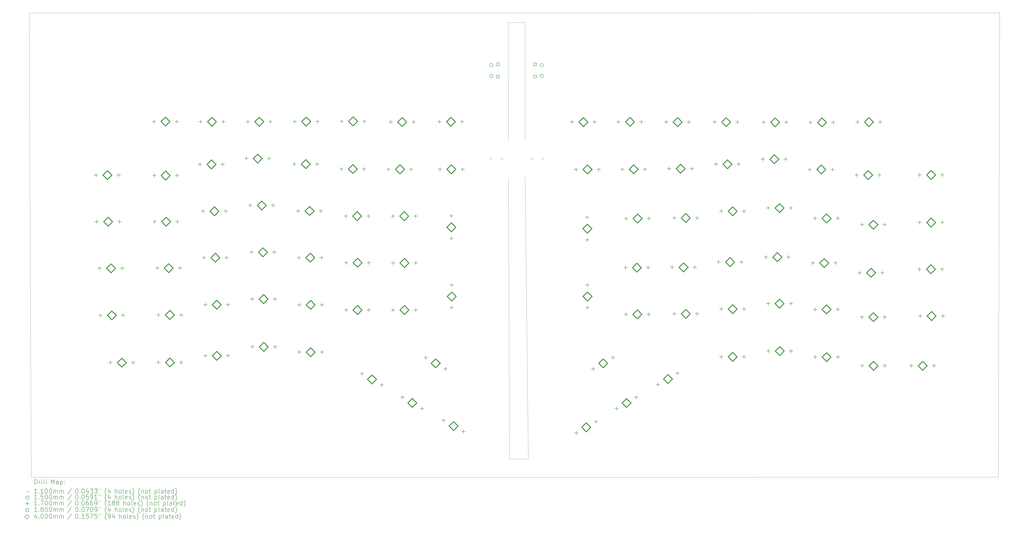
<source format=gbr>
%TF.GenerationSoftware,KiCad,Pcbnew,7.0.0-da2b9df05c~163~ubuntu22.04.1*%
%TF.CreationDate,2023-02-19T13:11:12+01:00*%
%TF.ProjectId,europe-ergo-smd,6575726f-7065-42d6-9572-676f2d736d64,rev?*%
%TF.SameCoordinates,Original*%
%TF.FileFunction,Drillmap*%
%TF.FilePolarity,Positive*%
%FSLAX45Y45*%
G04 Gerber Fmt 4.5, Leading zero omitted, Abs format (unit mm)*
G04 Created by KiCad (PCBNEW 7.0.0-da2b9df05c~163~ubuntu22.04.1) date 2023-02-19 13:11:12*
%MOMM*%
%LPD*%
G01*
G04 APERTURE LIST*
%ADD10C,0.100000*%
%ADD11C,0.200000*%
%ADD12C,0.110000*%
%ADD13C,0.150000*%
%ADD14C,0.170000*%
%ADD15C,0.180000*%
%ADD16C,0.400000*%
G04 APERTURE END LIST*
D10*
X30857000Y-8388000D02*
X30850000Y-3125000D01*
X31607500Y-8340000D02*
X31605000Y-3125000D01*
X31345000Y-22685000D02*
X31745000Y-22685000D01*
X9400000Y-2700000D02*
X30850000Y-2700000D01*
X52800000Y-23500000D02*
X52855000Y-2690000D01*
X9490000Y-23510000D02*
X9400000Y-2700000D01*
X31345000Y-22685000D02*
X30900000Y-22685000D01*
X31605000Y-3125000D02*
X30850000Y-3125000D01*
X52855000Y-2690000D02*
X30850000Y-2700000D01*
X30990000Y-23510000D02*
X52800000Y-23500000D01*
X30857000Y-10108000D02*
X30900000Y-22685000D01*
X31607500Y-10060000D02*
X31745000Y-22685000D01*
X30990000Y-23510000D02*
X9490000Y-23510000D01*
D11*
D12*
X30012000Y-9168000D02*
X30122000Y-9278000D01*
X30122000Y-9168000D02*
X30012000Y-9278000D01*
X30512000Y-9168000D02*
X30622000Y-9278000D01*
X30622000Y-9168000D02*
X30512000Y-9278000D01*
X31842500Y-9170000D02*
X31952500Y-9280000D01*
X31952500Y-9170000D02*
X31842500Y-9280000D01*
X32342500Y-9170000D02*
X32452500Y-9280000D01*
X32452500Y-9170000D02*
X32342500Y-9280000D01*
D13*
X30172000Y-5030000D02*
G75*
G03*
X30172000Y-5030000I-75000J0D01*
G01*
X30172000Y-5515000D02*
G75*
G03*
X30172000Y-5515000I-75000J0D01*
G01*
X32433000Y-5030000D02*
G75*
G03*
X32433000Y-5030000I-75000J0D01*
G01*
X32433000Y-5515000D02*
G75*
G03*
X32433000Y-5515000I-75000J0D01*
G01*
D14*
X12392000Y-9875000D02*
X12392000Y-10045000D01*
X12307000Y-9960000D02*
X12477000Y-9960000D01*
X12424000Y-11965000D02*
X12424000Y-12135000D01*
X12339000Y-12050000D02*
X12509000Y-12050000D01*
X12551000Y-14055000D02*
X12551000Y-14225000D01*
X12466000Y-14140000D02*
X12636000Y-14140000D01*
X12592000Y-16163000D02*
X12592000Y-16333000D01*
X12507000Y-16248000D02*
X12677000Y-16248000D01*
X13038000Y-18283000D02*
X13038000Y-18453000D01*
X12953000Y-18368000D02*
X13123000Y-18368000D01*
X13408000Y-9875000D02*
X13408000Y-10045000D01*
X13323000Y-9960000D02*
X13493000Y-9960000D01*
X13440000Y-11965000D02*
X13440000Y-12135000D01*
X13355000Y-12050000D02*
X13525000Y-12050000D01*
X13567000Y-14055000D02*
X13567000Y-14225000D01*
X13482000Y-14140000D02*
X13652000Y-14140000D01*
X13608000Y-16163000D02*
X13608000Y-16333000D01*
X13523000Y-16248000D02*
X13693000Y-16248000D01*
X14054000Y-18283000D02*
X14054000Y-18453000D01*
X13969000Y-18368000D02*
X14139000Y-18368000D01*
X14992000Y-7475000D02*
X14992000Y-7645000D01*
X14907000Y-7560000D02*
X15077000Y-7560000D01*
X15000000Y-9895000D02*
X15000000Y-10065000D01*
X14915000Y-9980000D02*
X15085000Y-9980000D01*
X15022000Y-11965000D02*
X15022000Y-12135000D01*
X14937000Y-12050000D02*
X15107000Y-12050000D01*
X15135000Y-14045000D02*
X15135000Y-14215000D01*
X15050000Y-14130000D02*
X15220000Y-14130000D01*
X15188000Y-16143000D02*
X15188000Y-16313000D01*
X15103000Y-16228000D02*
X15273000Y-16228000D01*
X15192000Y-18273000D02*
X15192000Y-18443000D01*
X15107000Y-18358000D02*
X15277000Y-18358000D01*
X16008000Y-7475000D02*
X16008000Y-7645000D01*
X15923000Y-7560000D02*
X16093000Y-7560000D01*
X16016000Y-9895000D02*
X16016000Y-10065000D01*
X15931000Y-9980000D02*
X16101000Y-9980000D01*
X16038000Y-11965000D02*
X16038000Y-12135000D01*
X15953000Y-12050000D02*
X16123000Y-12050000D01*
X16151000Y-14045000D02*
X16151000Y-14215000D01*
X16066000Y-14130000D02*
X16236000Y-14130000D01*
X16204000Y-16143000D02*
X16204000Y-16313000D01*
X16119000Y-16228000D02*
X16289000Y-16228000D01*
X16208000Y-18273000D02*
X16208000Y-18443000D01*
X16123000Y-18358000D02*
X16293000Y-18358000D01*
X17054000Y-9395000D02*
X17054000Y-9565000D01*
X16969000Y-9480000D02*
X17139000Y-9480000D01*
X17072000Y-7485000D02*
X17072000Y-7655000D01*
X16987000Y-7570000D02*
X17157000Y-7570000D01*
X17184000Y-11495000D02*
X17184000Y-11665000D01*
X17099000Y-11580000D02*
X17269000Y-11580000D01*
X17225000Y-13575000D02*
X17225000Y-13745000D01*
X17140000Y-13660000D02*
X17310000Y-13660000D01*
X17284000Y-15683000D02*
X17284000Y-15853000D01*
X17199000Y-15768000D02*
X17369000Y-15768000D01*
X17292000Y-17975000D02*
X17292000Y-18145000D01*
X17207000Y-18060000D02*
X17377000Y-18060000D01*
X18070000Y-9395000D02*
X18070000Y-9565000D01*
X17985000Y-9480000D02*
X18155000Y-9480000D01*
X18088000Y-7485000D02*
X18088000Y-7655000D01*
X18003000Y-7570000D02*
X18173000Y-7570000D01*
X18200000Y-11495000D02*
X18200000Y-11665000D01*
X18115000Y-11580000D02*
X18285000Y-11580000D01*
X18241000Y-13575000D02*
X18241000Y-13745000D01*
X18156000Y-13660000D02*
X18326000Y-13660000D01*
X18300000Y-15683000D02*
X18300000Y-15853000D01*
X18215000Y-15768000D02*
X18385000Y-15768000D01*
X18308000Y-17975000D02*
X18308000Y-18145000D01*
X18223000Y-18060000D02*
X18393000Y-18060000D01*
X19122000Y-9135000D02*
X19122000Y-9305000D01*
X19037000Y-9220000D02*
X19207000Y-9220000D01*
X19192000Y-7485000D02*
X19192000Y-7655000D01*
X19107000Y-7570000D02*
X19277000Y-7570000D01*
X19306000Y-11235000D02*
X19306000Y-11405000D01*
X19221000Y-11320000D02*
X19391000Y-11320000D01*
X19356000Y-13335000D02*
X19356000Y-13505000D01*
X19271000Y-13420000D02*
X19441000Y-13420000D01*
X19384000Y-15433000D02*
X19384000Y-15603000D01*
X19299000Y-15518000D02*
X19469000Y-15518000D01*
X19392000Y-17575000D02*
X19392000Y-17745000D01*
X19307000Y-17660000D02*
X19477000Y-17660000D01*
X20138000Y-9135000D02*
X20138000Y-9305000D01*
X20053000Y-9220000D02*
X20223000Y-9220000D01*
X20208000Y-7485000D02*
X20208000Y-7655000D01*
X20123000Y-7570000D02*
X20293000Y-7570000D01*
X20322000Y-11235000D02*
X20322000Y-11405000D01*
X20237000Y-11320000D02*
X20407000Y-11320000D01*
X20372000Y-13335000D02*
X20372000Y-13505000D01*
X20287000Y-13420000D02*
X20457000Y-13420000D01*
X20400000Y-15433000D02*
X20400000Y-15603000D01*
X20315000Y-15518000D02*
X20485000Y-15518000D01*
X20408000Y-17575000D02*
X20408000Y-17745000D01*
X20323000Y-17660000D02*
X20493000Y-17660000D01*
X21272000Y-9385000D02*
X21272000Y-9555000D01*
X21187000Y-9470000D02*
X21357000Y-9470000D01*
X21292000Y-7475000D02*
X21292000Y-7645000D01*
X21207000Y-7560000D02*
X21377000Y-7560000D01*
X21446000Y-11485000D02*
X21446000Y-11655000D01*
X21361000Y-11570000D02*
X21531000Y-11570000D01*
X21476000Y-13575000D02*
X21476000Y-13745000D01*
X21391000Y-13660000D02*
X21561000Y-13660000D01*
X21492000Y-15693000D02*
X21492000Y-15863000D01*
X21407000Y-15778000D02*
X21577000Y-15778000D01*
X21492000Y-17815000D02*
X21492000Y-17985000D01*
X21407000Y-17900000D02*
X21577000Y-17900000D01*
X22288000Y-9385000D02*
X22288000Y-9555000D01*
X22203000Y-9470000D02*
X22373000Y-9470000D01*
X22308000Y-7475000D02*
X22308000Y-7645000D01*
X22223000Y-7560000D02*
X22393000Y-7560000D01*
X22462000Y-11485000D02*
X22462000Y-11655000D01*
X22377000Y-11570000D02*
X22547000Y-11570000D01*
X22492000Y-13575000D02*
X22492000Y-13745000D01*
X22407000Y-13660000D02*
X22577000Y-13660000D01*
X22508000Y-15693000D02*
X22508000Y-15863000D01*
X22423000Y-15778000D02*
X22593000Y-15778000D01*
X22508000Y-17815000D02*
X22508000Y-17985000D01*
X22423000Y-17900000D02*
X22593000Y-17900000D01*
X23382000Y-9605000D02*
X23382000Y-9775000D01*
X23297000Y-9690000D02*
X23467000Y-9690000D01*
X23392000Y-7465000D02*
X23392000Y-7635000D01*
X23307000Y-7550000D02*
X23477000Y-7550000D01*
X23576000Y-11715000D02*
X23576000Y-11885000D01*
X23491000Y-11800000D02*
X23661000Y-11800000D01*
X23592000Y-15923000D02*
X23592000Y-16093000D01*
X23507000Y-16008000D02*
X23677000Y-16008000D01*
X23594000Y-13805000D02*
X23594000Y-13975000D01*
X23509000Y-13890000D02*
X23679000Y-13890000D01*
X24306059Y-18778001D02*
X24306059Y-18948001D01*
X24221059Y-18863001D02*
X24391059Y-18863001D01*
X24398000Y-9605000D02*
X24398000Y-9775000D01*
X24313000Y-9690000D02*
X24483000Y-9690000D01*
X24408000Y-7465000D02*
X24408000Y-7635000D01*
X24323000Y-7550000D02*
X24493000Y-7550000D01*
X24592000Y-11715000D02*
X24592000Y-11885000D01*
X24507000Y-11800000D02*
X24677000Y-11800000D01*
X24608000Y-15923000D02*
X24608000Y-16093000D01*
X24523000Y-16008000D02*
X24693000Y-16008000D01*
X24610000Y-13805000D02*
X24610000Y-13975000D01*
X24525000Y-13890000D02*
X24695000Y-13890000D01*
X25185940Y-19286001D02*
X25185940Y-19456001D01*
X25100940Y-19371001D02*
X25270940Y-19371001D01*
X25492000Y-9615000D02*
X25492000Y-9785000D01*
X25407000Y-9700000D02*
X25577000Y-9700000D01*
X25592000Y-7495000D02*
X25592000Y-7665000D01*
X25507000Y-7580000D02*
X25677000Y-7580000D01*
X25684000Y-11715000D02*
X25684000Y-11885000D01*
X25599000Y-11800000D02*
X25769000Y-11800000D01*
X25692000Y-13815000D02*
X25692000Y-13985000D01*
X25607000Y-13900000D02*
X25777000Y-13900000D01*
X25692000Y-15923000D02*
X25692000Y-16093000D01*
X25607000Y-16008000D02*
X25777000Y-16008000D01*
X26114059Y-19833001D02*
X26114059Y-20003001D01*
X26029059Y-19918001D02*
X26199059Y-19918001D01*
X26508000Y-9615000D02*
X26508000Y-9785000D01*
X26423000Y-9700000D02*
X26593000Y-9700000D01*
X26608000Y-7495000D02*
X26608000Y-7665000D01*
X26523000Y-7580000D02*
X26693000Y-7580000D01*
X26700000Y-11715000D02*
X26700000Y-11885000D01*
X26615000Y-11800000D02*
X26785000Y-11800000D01*
X26708000Y-13815000D02*
X26708000Y-13985000D01*
X26623000Y-13900000D02*
X26793000Y-13900000D01*
X26708000Y-15923000D02*
X26708000Y-16093000D01*
X26623000Y-16008000D02*
X26793000Y-16008000D01*
X26993940Y-20341001D02*
X26993940Y-20511001D01*
X26908940Y-20426001D02*
X27078940Y-20426001D01*
X27160059Y-18061001D02*
X27160059Y-18231001D01*
X27075059Y-18146001D02*
X27245059Y-18146001D01*
X27772000Y-7485000D02*
X27772000Y-7655000D01*
X27687000Y-7570000D02*
X27857000Y-7570000D01*
X27792000Y-9615000D02*
X27792000Y-9785000D01*
X27707000Y-9700000D02*
X27877000Y-9700000D01*
X27963019Y-20871471D02*
X27963019Y-21041471D01*
X27878019Y-20956471D02*
X28048019Y-20956471D01*
X28039940Y-18569001D02*
X28039940Y-18739001D01*
X27954940Y-18654001D02*
X28124940Y-18654001D01*
X28300000Y-11707000D02*
X28300000Y-11877000D01*
X28215000Y-11792000D02*
X28385000Y-11792000D01*
X28300000Y-12723000D02*
X28300000Y-12893000D01*
X28215000Y-12808000D02*
X28385000Y-12808000D01*
X28318000Y-14807000D02*
X28318000Y-14977000D01*
X28233000Y-14892000D02*
X28403000Y-14892000D01*
X28318000Y-15823000D02*
X28318000Y-15993000D01*
X28233000Y-15908000D02*
X28403000Y-15908000D01*
X28788000Y-7485000D02*
X28788000Y-7655000D01*
X28703000Y-7570000D02*
X28873000Y-7570000D01*
X28808000Y-9615000D02*
X28808000Y-9785000D01*
X28723000Y-9700000D02*
X28893000Y-9700000D01*
X28842900Y-21379471D02*
X28842900Y-21549471D01*
X28757900Y-21464471D02*
X28927900Y-21464471D01*
X33705000Y-7499000D02*
X33705000Y-7669000D01*
X33620000Y-7584000D02*
X33790000Y-7584000D01*
X33892000Y-9623000D02*
X33892000Y-9793000D01*
X33807000Y-9708000D02*
X33977000Y-9708000D01*
X33901059Y-21435001D02*
X33901059Y-21605001D01*
X33816059Y-21520001D02*
X33986059Y-21520001D01*
X34390000Y-11769000D02*
X34390000Y-11939000D01*
X34305000Y-11854000D02*
X34475000Y-11854000D01*
X34390000Y-12785000D02*
X34390000Y-12955000D01*
X34305000Y-12870000D02*
X34475000Y-12870000D01*
X34400000Y-14807000D02*
X34400000Y-14977000D01*
X34315000Y-14892000D02*
X34485000Y-14892000D01*
X34400000Y-15823000D02*
X34400000Y-15993000D01*
X34315000Y-15908000D02*
X34485000Y-15908000D01*
X34660059Y-18569001D02*
X34660059Y-18739001D01*
X34575059Y-18654001D02*
X34745059Y-18654001D01*
X34721000Y-7499000D02*
X34721000Y-7669000D01*
X34636000Y-7584000D02*
X34806000Y-7584000D01*
X34780941Y-20927001D02*
X34780941Y-21097001D01*
X34695941Y-21012001D02*
X34865941Y-21012001D01*
X34908000Y-9623000D02*
X34908000Y-9793000D01*
X34823000Y-9708000D02*
X34993000Y-9708000D01*
X35539941Y-18061001D02*
X35539941Y-18231001D01*
X35454941Y-18146001D02*
X35624941Y-18146001D01*
X35707059Y-20345001D02*
X35707059Y-20515001D01*
X35622059Y-20430001D02*
X35792059Y-20430001D01*
X35792000Y-7489000D02*
X35792000Y-7659000D01*
X35707000Y-7574000D02*
X35877000Y-7574000D01*
X35959000Y-9613000D02*
X35959000Y-9783000D01*
X35874000Y-9698000D02*
X36044000Y-9698000D01*
X36105000Y-14023000D02*
X36105000Y-14193000D01*
X36020000Y-14108000D02*
X36190000Y-14108000D01*
X36125000Y-16115000D02*
X36125000Y-16285000D01*
X36040000Y-16200000D02*
X36210000Y-16200000D01*
X36135000Y-11823000D02*
X36135000Y-11993000D01*
X36050000Y-11908000D02*
X36220000Y-11908000D01*
X36586941Y-19837001D02*
X36586941Y-20007001D01*
X36501941Y-19922001D02*
X36671941Y-19922001D01*
X36808000Y-7489000D02*
X36808000Y-7659000D01*
X36723000Y-7574000D02*
X36893000Y-7574000D01*
X36975000Y-9613000D02*
X36975000Y-9783000D01*
X36890000Y-9698000D02*
X37060000Y-9698000D01*
X37121000Y-14023000D02*
X37121000Y-14193000D01*
X37036000Y-14108000D02*
X37206000Y-14108000D01*
X37141000Y-16115000D02*
X37141000Y-16285000D01*
X37056000Y-16200000D02*
X37226000Y-16200000D01*
X37151000Y-11823000D02*
X37151000Y-11993000D01*
X37066000Y-11908000D02*
X37236000Y-11908000D01*
X37560059Y-19269001D02*
X37560059Y-19439001D01*
X37475059Y-19354001D02*
X37645059Y-19354001D01*
X37926000Y-7499000D02*
X37926000Y-7669000D01*
X37841000Y-7584000D02*
X38011000Y-7584000D01*
X38059000Y-9589000D02*
X38059000Y-9759000D01*
X37974000Y-9674000D02*
X38144000Y-9674000D01*
X38192000Y-14013000D02*
X38192000Y-14183000D01*
X38107000Y-14098000D02*
X38277000Y-14098000D01*
X38292000Y-11799000D02*
X38292000Y-11969000D01*
X38207000Y-11884000D02*
X38377000Y-11884000D01*
X38292000Y-16095000D02*
X38292000Y-16265000D01*
X38207000Y-16180000D02*
X38377000Y-16180000D01*
X38439941Y-18761001D02*
X38439941Y-18931001D01*
X38354941Y-18846001D02*
X38524941Y-18846001D01*
X38942000Y-7499000D02*
X38942000Y-7669000D01*
X38857000Y-7584000D02*
X39027000Y-7584000D01*
X39075000Y-9589000D02*
X39075000Y-9759000D01*
X38990000Y-9674000D02*
X39160000Y-9674000D01*
X39208000Y-14013000D02*
X39208000Y-14183000D01*
X39123000Y-14098000D02*
X39293000Y-14098000D01*
X39308000Y-11799000D02*
X39308000Y-11969000D01*
X39223000Y-11884000D02*
X39393000Y-11884000D01*
X39308000Y-16095000D02*
X39308000Y-16265000D01*
X39223000Y-16180000D02*
X39393000Y-16180000D01*
X40100000Y-7501000D02*
X40100000Y-7671000D01*
X40015000Y-7586000D02*
X40185000Y-7586000D01*
X40159000Y-9389000D02*
X40159000Y-9559000D01*
X40074000Y-9474000D02*
X40244000Y-9474000D01*
X40273000Y-13773000D02*
X40273000Y-13943000D01*
X40188000Y-13858000D02*
X40358000Y-13858000D01*
X40392000Y-11499000D02*
X40392000Y-11669000D01*
X40307000Y-11584000D02*
X40477000Y-11584000D01*
X40392000Y-15885000D02*
X40392000Y-16055000D01*
X40307000Y-15970000D02*
X40477000Y-15970000D01*
X40392000Y-18023000D02*
X40392000Y-18193000D01*
X40307000Y-18108000D02*
X40477000Y-18108000D01*
X41116000Y-7501000D02*
X41116000Y-7671000D01*
X41031000Y-7586000D02*
X41201000Y-7586000D01*
X41175000Y-9389000D02*
X41175000Y-9559000D01*
X41090000Y-9474000D02*
X41260000Y-9474000D01*
X41289000Y-13773000D02*
X41289000Y-13943000D01*
X41204000Y-13858000D02*
X41374000Y-13858000D01*
X41408000Y-11499000D02*
X41408000Y-11669000D01*
X41323000Y-11584000D02*
X41493000Y-11584000D01*
X41408000Y-15885000D02*
X41408000Y-16055000D01*
X41323000Y-15970000D02*
X41493000Y-15970000D01*
X41408000Y-18023000D02*
X41408000Y-18193000D01*
X41323000Y-18108000D02*
X41493000Y-18108000D01*
X42259000Y-9163000D02*
X42259000Y-9333000D01*
X42174000Y-9248000D02*
X42344000Y-9248000D01*
X42292000Y-7509000D02*
X42292000Y-7679000D01*
X42207000Y-7594000D02*
X42377000Y-7594000D01*
X42392000Y-13553000D02*
X42392000Y-13723000D01*
X42307000Y-13638000D02*
X42477000Y-13638000D01*
X42492000Y-11353000D02*
X42492000Y-11523000D01*
X42407000Y-11438000D02*
X42577000Y-11438000D01*
X42492000Y-15637000D02*
X42492000Y-15807000D01*
X42407000Y-15722000D02*
X42577000Y-15722000D01*
X42499000Y-17763000D02*
X42499000Y-17933000D01*
X42414000Y-17848000D02*
X42584000Y-17848000D01*
X43275000Y-9163000D02*
X43275000Y-9333000D01*
X43190000Y-9248000D02*
X43360000Y-9248000D01*
X43308000Y-7509000D02*
X43308000Y-7679000D01*
X43223000Y-7594000D02*
X43393000Y-7594000D01*
X43408000Y-13553000D02*
X43408000Y-13723000D01*
X43323000Y-13638000D02*
X43493000Y-13638000D01*
X43508000Y-11353000D02*
X43508000Y-11523000D01*
X43423000Y-11438000D02*
X43593000Y-11438000D01*
X43508000Y-15637000D02*
X43508000Y-15807000D01*
X43423000Y-15722000D02*
X43593000Y-15722000D01*
X43515000Y-17763000D02*
X43515000Y-17933000D01*
X43430000Y-17848000D02*
X43600000Y-17848000D01*
X44359000Y-9623000D02*
X44359000Y-9793000D01*
X44274000Y-9708000D02*
X44444000Y-9708000D01*
X44392000Y-7515000D02*
X44392000Y-7685000D01*
X44307000Y-7600000D02*
X44477000Y-7600000D01*
X44492000Y-13819000D02*
X44492000Y-13989000D01*
X44407000Y-13904000D02*
X44577000Y-13904000D01*
X44592000Y-11813000D02*
X44592000Y-11983000D01*
X44507000Y-11898000D02*
X44677000Y-11898000D01*
X44592000Y-15895000D02*
X44592000Y-16065000D01*
X44507000Y-15980000D02*
X44677000Y-15980000D01*
X44599000Y-18033000D02*
X44599000Y-18203000D01*
X44514000Y-18118000D02*
X44684000Y-18118000D01*
X45375000Y-9623000D02*
X45375000Y-9793000D01*
X45290000Y-9708000D02*
X45460000Y-9708000D01*
X45408000Y-7515000D02*
X45408000Y-7685000D01*
X45323000Y-7600000D02*
X45493000Y-7600000D01*
X45508000Y-13819000D02*
X45508000Y-13989000D01*
X45423000Y-13904000D02*
X45593000Y-13904000D01*
X45608000Y-11813000D02*
X45608000Y-11983000D01*
X45523000Y-11898000D02*
X45693000Y-11898000D01*
X45608000Y-15895000D02*
X45608000Y-16065000D01*
X45523000Y-15980000D02*
X45693000Y-15980000D01*
X45615000Y-18033000D02*
X45615000Y-18203000D01*
X45530000Y-18118000D02*
X45700000Y-18118000D01*
X46459000Y-9873000D02*
X46459000Y-10043000D01*
X46374000Y-9958000D02*
X46544000Y-9958000D01*
X46492000Y-7499000D02*
X46492000Y-7669000D01*
X46407000Y-7584000D02*
X46577000Y-7584000D01*
X46592000Y-14253000D02*
X46592000Y-14423000D01*
X46507000Y-14338000D02*
X46677000Y-14338000D01*
X46692000Y-12099000D02*
X46692000Y-12269000D01*
X46607000Y-12184000D02*
X46777000Y-12184000D01*
X46692000Y-16241000D02*
X46692000Y-16411000D01*
X46607000Y-16326000D02*
X46777000Y-16326000D01*
X46699000Y-18423000D02*
X46699000Y-18593000D01*
X46614000Y-18508000D02*
X46784000Y-18508000D01*
X47475000Y-9873000D02*
X47475000Y-10043000D01*
X47390000Y-9958000D02*
X47560000Y-9958000D01*
X47508000Y-7499000D02*
X47508000Y-7669000D01*
X47423000Y-7584000D02*
X47593000Y-7584000D01*
X47608000Y-14253000D02*
X47608000Y-14423000D01*
X47523000Y-14338000D02*
X47693000Y-14338000D01*
X47708000Y-12099000D02*
X47708000Y-12269000D01*
X47623000Y-12184000D02*
X47793000Y-12184000D01*
X47708000Y-16241000D02*
X47708000Y-16411000D01*
X47623000Y-16326000D02*
X47793000Y-16326000D01*
X47715000Y-18423000D02*
X47715000Y-18593000D01*
X47630000Y-18508000D02*
X47800000Y-18508000D01*
X48899000Y-18423000D02*
X48899000Y-18593000D01*
X48814000Y-18508000D02*
X48984000Y-18508000D01*
X49267500Y-14095000D02*
X49267500Y-14265000D01*
X49182500Y-14180000D02*
X49352500Y-14180000D01*
X49277500Y-9869000D02*
X49277500Y-10039000D01*
X49192500Y-9954000D02*
X49362500Y-9954000D01*
X49277500Y-12003000D02*
X49277500Y-12173000D01*
X49192500Y-12088000D02*
X49362500Y-12088000D01*
X49297500Y-16195000D02*
X49297500Y-16365000D01*
X49212500Y-16280000D02*
X49382500Y-16280000D01*
X49915000Y-18423000D02*
X49915000Y-18593000D01*
X49830000Y-18508000D02*
X50000000Y-18508000D01*
X50283500Y-14095000D02*
X50283500Y-14265000D01*
X50198500Y-14180000D02*
X50368500Y-14180000D01*
X50293500Y-9869000D02*
X50293500Y-10039000D01*
X50208500Y-9954000D02*
X50378500Y-9954000D01*
X50293500Y-12003000D02*
X50293500Y-12173000D01*
X50208500Y-12088000D02*
X50378500Y-12088000D01*
X50313500Y-16195000D02*
X50313500Y-16365000D01*
X50228500Y-16280000D02*
X50398500Y-16280000D01*
D15*
X30463640Y-5063640D02*
X30463640Y-4936360D01*
X30336360Y-4936360D01*
X30336360Y-5063640D01*
X30463640Y-5063640D01*
X30463640Y-5608640D02*
X30463640Y-5481360D01*
X30336360Y-5481360D01*
X30336360Y-5608640D01*
X30463640Y-5608640D01*
X32118640Y-5063640D02*
X32118640Y-4936360D01*
X31991360Y-4936360D01*
X31991360Y-5063640D01*
X32118640Y-5063640D01*
X32118640Y-5608640D02*
X32118640Y-5481360D01*
X31991360Y-5481360D01*
X31991360Y-5608640D01*
X32118640Y-5608640D01*
D16*
X12900000Y-10160000D02*
X13100000Y-9960000D01*
X12900000Y-9760000D01*
X12700000Y-9960000D01*
X12900000Y-10160000D01*
X12932000Y-12250000D02*
X13132000Y-12050000D01*
X12932000Y-11850000D01*
X12732000Y-12050000D01*
X12932000Y-12250000D01*
X13059000Y-14340000D02*
X13259000Y-14140000D01*
X13059000Y-13940000D01*
X12859000Y-14140000D01*
X13059000Y-14340000D01*
X13100000Y-16448000D02*
X13300000Y-16248000D01*
X13100000Y-16048000D01*
X12900000Y-16248000D01*
X13100000Y-16448000D01*
X13546000Y-18568000D02*
X13746000Y-18368000D01*
X13546000Y-18168000D01*
X13346000Y-18368000D01*
X13546000Y-18568000D01*
X15500000Y-7760000D02*
X15700000Y-7560000D01*
X15500000Y-7360000D01*
X15300000Y-7560000D01*
X15500000Y-7760000D01*
X15508000Y-10180000D02*
X15708000Y-9980000D01*
X15508000Y-9780000D01*
X15308000Y-9980000D01*
X15508000Y-10180000D01*
X15530000Y-12250000D02*
X15730000Y-12050000D01*
X15530000Y-11850000D01*
X15330000Y-12050000D01*
X15530000Y-12250000D01*
X15643000Y-14330000D02*
X15843000Y-14130000D01*
X15643000Y-13930000D01*
X15443000Y-14130000D01*
X15643000Y-14330000D01*
X15696000Y-16428000D02*
X15896000Y-16228000D01*
X15696000Y-16028000D01*
X15496000Y-16228000D01*
X15696000Y-16428000D01*
X15700000Y-18558000D02*
X15900000Y-18358000D01*
X15700000Y-18158000D01*
X15500000Y-18358000D01*
X15700000Y-18558000D01*
X17562000Y-9680000D02*
X17762000Y-9480000D01*
X17562000Y-9280000D01*
X17362000Y-9480000D01*
X17562000Y-9680000D01*
X17580000Y-7770000D02*
X17780000Y-7570000D01*
X17580000Y-7370000D01*
X17380000Y-7570000D01*
X17580000Y-7770000D01*
X17692000Y-11780000D02*
X17892000Y-11580000D01*
X17692000Y-11380000D01*
X17492000Y-11580000D01*
X17692000Y-11780000D01*
X17733000Y-13860000D02*
X17933000Y-13660000D01*
X17733000Y-13460000D01*
X17533000Y-13660000D01*
X17733000Y-13860000D01*
X17792000Y-15968000D02*
X17992000Y-15768000D01*
X17792000Y-15568000D01*
X17592000Y-15768000D01*
X17792000Y-15968000D01*
X17800000Y-18260000D02*
X18000000Y-18060000D01*
X17800000Y-17860000D01*
X17600000Y-18060000D01*
X17800000Y-18260000D01*
X19630000Y-9420000D02*
X19830000Y-9220000D01*
X19630000Y-9020000D01*
X19430000Y-9220000D01*
X19630000Y-9420000D01*
X19700000Y-7770000D02*
X19900000Y-7570000D01*
X19700000Y-7370000D01*
X19500000Y-7570000D01*
X19700000Y-7770000D01*
X19814000Y-11520000D02*
X20014000Y-11320000D01*
X19814000Y-11120000D01*
X19614000Y-11320000D01*
X19814000Y-11520000D01*
X19864000Y-13620000D02*
X20064000Y-13420000D01*
X19864000Y-13220000D01*
X19664000Y-13420000D01*
X19864000Y-13620000D01*
X19892000Y-15718000D02*
X20092000Y-15518000D01*
X19892000Y-15318000D01*
X19692000Y-15518000D01*
X19892000Y-15718000D01*
X19900000Y-17860000D02*
X20100000Y-17660000D01*
X19900000Y-17460000D01*
X19700000Y-17660000D01*
X19900000Y-17860000D01*
X21780000Y-9670000D02*
X21980000Y-9470000D01*
X21780000Y-9270000D01*
X21580000Y-9470000D01*
X21780000Y-9670000D01*
X21800000Y-7760000D02*
X22000000Y-7560000D01*
X21800000Y-7360000D01*
X21600000Y-7560000D01*
X21800000Y-7760000D01*
X21954000Y-11770000D02*
X22154000Y-11570000D01*
X21954000Y-11370000D01*
X21754000Y-11570000D01*
X21954000Y-11770000D01*
X21984000Y-13860000D02*
X22184000Y-13660000D01*
X21984000Y-13460000D01*
X21784000Y-13660000D01*
X21984000Y-13860000D01*
X22000000Y-15978000D02*
X22200000Y-15778000D01*
X22000000Y-15578000D01*
X21800000Y-15778000D01*
X22000000Y-15978000D01*
X22000000Y-18100000D02*
X22200000Y-17900000D01*
X22000000Y-17700000D01*
X21800000Y-17900000D01*
X22000000Y-18100000D01*
X23890000Y-9890000D02*
X24090000Y-9690000D01*
X23890000Y-9490000D01*
X23690000Y-9690000D01*
X23890000Y-9890000D01*
X23900000Y-7750000D02*
X24100000Y-7550000D01*
X23900000Y-7350000D01*
X23700000Y-7550000D01*
X23900000Y-7750000D01*
X24084000Y-12000000D02*
X24284000Y-11800000D01*
X24084000Y-11600000D01*
X23884000Y-11800000D01*
X24084000Y-12000000D01*
X24100000Y-16208000D02*
X24300000Y-16008000D01*
X24100000Y-15808000D01*
X23900000Y-16008000D01*
X24100000Y-16208000D01*
X24102000Y-14090000D02*
X24302000Y-13890000D01*
X24102000Y-13690000D01*
X23902000Y-13890000D01*
X24102000Y-14090000D01*
X24745999Y-19317001D02*
X24945999Y-19117001D01*
X24745999Y-18917001D01*
X24545999Y-19117001D01*
X24745999Y-19317001D01*
X26000000Y-9900000D02*
X26200000Y-9700000D01*
X26000000Y-9500000D01*
X25800000Y-9700000D01*
X26000000Y-9900000D01*
X26100000Y-7780000D02*
X26300000Y-7580000D01*
X26100000Y-7380000D01*
X25900000Y-7580000D01*
X26100000Y-7780000D01*
X26192000Y-12000000D02*
X26392000Y-11800000D01*
X26192000Y-11600000D01*
X25992000Y-11800000D01*
X26192000Y-12000000D01*
X26200000Y-14100000D02*
X26400000Y-13900000D01*
X26200000Y-13700000D01*
X26000000Y-13900000D01*
X26200000Y-14100000D01*
X26200000Y-16208000D02*
X26400000Y-16008000D01*
X26200000Y-15808000D01*
X26000000Y-16008000D01*
X26200000Y-16208000D01*
X26553999Y-20372001D02*
X26753999Y-20172001D01*
X26553999Y-19972001D01*
X26353999Y-20172001D01*
X26553999Y-20372001D01*
X27599999Y-18600001D02*
X27799999Y-18400001D01*
X27599999Y-18200001D01*
X27399999Y-18400001D01*
X27599999Y-18600001D01*
X28280000Y-7770000D02*
X28480000Y-7570000D01*
X28280000Y-7370000D01*
X28080000Y-7570000D01*
X28280000Y-7770000D01*
X28300000Y-9900000D02*
X28500000Y-9700000D01*
X28300000Y-9500000D01*
X28100000Y-9700000D01*
X28300000Y-9900000D01*
X28300000Y-12500000D02*
X28500000Y-12300000D01*
X28300000Y-12100000D01*
X28100000Y-12300000D01*
X28300000Y-12500000D01*
X28318000Y-15600000D02*
X28518000Y-15400000D01*
X28318000Y-15200000D01*
X28118000Y-15400000D01*
X28318000Y-15600000D01*
X28402959Y-21410471D02*
X28602959Y-21210471D01*
X28402959Y-21010471D01*
X28202959Y-21210471D01*
X28402959Y-21410471D01*
X34213000Y-7784000D02*
X34413000Y-7584000D01*
X34213000Y-7384000D01*
X34013000Y-7584000D01*
X34213000Y-7784000D01*
X34341000Y-21466001D02*
X34541000Y-21266001D01*
X34341000Y-21066001D01*
X34141000Y-21266001D01*
X34341000Y-21466001D01*
X34390000Y-12562000D02*
X34590000Y-12362000D01*
X34390000Y-12162000D01*
X34190000Y-12362000D01*
X34390000Y-12562000D01*
X34400000Y-9908000D02*
X34600000Y-9708000D01*
X34400000Y-9508000D01*
X34200000Y-9708000D01*
X34400000Y-9908000D01*
X34400000Y-15600000D02*
X34600000Y-15400000D01*
X34400000Y-15200000D01*
X34200000Y-15400000D01*
X34400000Y-15600000D01*
X35100000Y-18600001D02*
X35300000Y-18400001D01*
X35100000Y-18200001D01*
X34900000Y-18400001D01*
X35100000Y-18600001D01*
X36147000Y-20376001D02*
X36347000Y-20176001D01*
X36147000Y-19976001D01*
X35947000Y-20176001D01*
X36147000Y-20376001D01*
X36300000Y-7774000D02*
X36500000Y-7574000D01*
X36300000Y-7374000D01*
X36100000Y-7574000D01*
X36300000Y-7774000D01*
X36467000Y-9898000D02*
X36667000Y-9698000D01*
X36467000Y-9498000D01*
X36267000Y-9698000D01*
X36467000Y-9898000D01*
X36613000Y-14308000D02*
X36813000Y-14108000D01*
X36613000Y-13908000D01*
X36413000Y-14108000D01*
X36613000Y-14308000D01*
X36633000Y-16400000D02*
X36833000Y-16200000D01*
X36633000Y-16000000D01*
X36433000Y-16200000D01*
X36633000Y-16400000D01*
X36643000Y-12108000D02*
X36843000Y-11908000D01*
X36643000Y-11708000D01*
X36443000Y-11908000D01*
X36643000Y-12108000D01*
X38000000Y-19300001D02*
X38200000Y-19100001D01*
X38000000Y-18900001D01*
X37800000Y-19100001D01*
X38000000Y-19300001D01*
X38434000Y-7784000D02*
X38634000Y-7584000D01*
X38434000Y-7384000D01*
X38234000Y-7584000D01*
X38434000Y-7784000D01*
X38567000Y-9874000D02*
X38767000Y-9674000D01*
X38567000Y-9474000D01*
X38367000Y-9674000D01*
X38567000Y-9874000D01*
X38700000Y-14298000D02*
X38900000Y-14098000D01*
X38700000Y-13898000D01*
X38500000Y-14098000D01*
X38700000Y-14298000D01*
X38800000Y-12084000D02*
X39000000Y-11884000D01*
X38800000Y-11684000D01*
X38600000Y-11884000D01*
X38800000Y-12084000D01*
X38800000Y-16380000D02*
X39000000Y-16180000D01*
X38800000Y-15980000D01*
X38600000Y-16180000D01*
X38800000Y-16380000D01*
X40608000Y-7786000D02*
X40808000Y-7586000D01*
X40608000Y-7386000D01*
X40408000Y-7586000D01*
X40608000Y-7786000D01*
X40667000Y-9674000D02*
X40867000Y-9474000D01*
X40667000Y-9274000D01*
X40467000Y-9474000D01*
X40667000Y-9674000D01*
X40781000Y-14058000D02*
X40981000Y-13858000D01*
X40781000Y-13658000D01*
X40581000Y-13858000D01*
X40781000Y-14058000D01*
X40900000Y-11784000D02*
X41100000Y-11584000D01*
X40900000Y-11384000D01*
X40700000Y-11584000D01*
X40900000Y-11784000D01*
X40900000Y-16170000D02*
X41100000Y-15970000D01*
X40900000Y-15770000D01*
X40700000Y-15970000D01*
X40900000Y-16170000D01*
X40900000Y-18308000D02*
X41100000Y-18108000D01*
X40900000Y-17908000D01*
X40700000Y-18108000D01*
X40900000Y-18308000D01*
X42767000Y-9448000D02*
X42967000Y-9248000D01*
X42767000Y-9048000D01*
X42567000Y-9248000D01*
X42767000Y-9448000D01*
X42800000Y-7794000D02*
X43000000Y-7594000D01*
X42800000Y-7394000D01*
X42600000Y-7594000D01*
X42800000Y-7794000D01*
X42900000Y-13838000D02*
X43100000Y-13638000D01*
X42900000Y-13438000D01*
X42700000Y-13638000D01*
X42900000Y-13838000D01*
X43000000Y-11638000D02*
X43200000Y-11438000D01*
X43000000Y-11238000D01*
X42800000Y-11438000D01*
X43000000Y-11638000D01*
X43000000Y-15922000D02*
X43200000Y-15722000D01*
X43000000Y-15522000D01*
X42800000Y-15722000D01*
X43000000Y-15922000D01*
X43007000Y-18048000D02*
X43207000Y-17848000D01*
X43007000Y-17648000D01*
X42807000Y-17848000D01*
X43007000Y-18048000D01*
X44867000Y-9908000D02*
X45067000Y-9708000D01*
X44867000Y-9508000D01*
X44667000Y-9708000D01*
X44867000Y-9908000D01*
X44900000Y-7800000D02*
X45100000Y-7600000D01*
X44900000Y-7400000D01*
X44700000Y-7600000D01*
X44900000Y-7800000D01*
X45000000Y-14104000D02*
X45200000Y-13904000D01*
X45000000Y-13704000D01*
X44800000Y-13904000D01*
X45000000Y-14104000D01*
X45100000Y-12098000D02*
X45300000Y-11898000D01*
X45100000Y-11698000D01*
X44900000Y-11898000D01*
X45100000Y-12098000D01*
X45100000Y-16180000D02*
X45300000Y-15980000D01*
X45100000Y-15780000D01*
X44900000Y-15980000D01*
X45100000Y-16180000D01*
X45107000Y-18318000D02*
X45307000Y-18118000D01*
X45107000Y-17918000D01*
X44907000Y-18118000D01*
X45107000Y-18318000D01*
X46967000Y-10158000D02*
X47167000Y-9958000D01*
X46967000Y-9758000D01*
X46767000Y-9958000D01*
X46967000Y-10158000D01*
X47000000Y-7784000D02*
X47200000Y-7584000D01*
X47000000Y-7384000D01*
X46800000Y-7584000D01*
X47000000Y-7784000D01*
X47100000Y-14538000D02*
X47300000Y-14338000D01*
X47100000Y-14138000D01*
X46900000Y-14338000D01*
X47100000Y-14538000D01*
X47200000Y-12384000D02*
X47400000Y-12184000D01*
X47200000Y-11984000D01*
X47000000Y-12184000D01*
X47200000Y-12384000D01*
X47200000Y-16526000D02*
X47400000Y-16326000D01*
X47200000Y-16126000D01*
X47000000Y-16326000D01*
X47200000Y-16526000D01*
X47207000Y-18708000D02*
X47407000Y-18508000D01*
X47207000Y-18308000D01*
X47007000Y-18508000D01*
X47207000Y-18708000D01*
X49407000Y-18708000D02*
X49607000Y-18508000D01*
X49407000Y-18308000D01*
X49207000Y-18508000D01*
X49407000Y-18708000D01*
X49775500Y-14380000D02*
X49975500Y-14180000D01*
X49775500Y-13980000D01*
X49575500Y-14180000D01*
X49775500Y-14380000D01*
X49785500Y-10154000D02*
X49985500Y-9954000D01*
X49785500Y-9754000D01*
X49585500Y-9954000D01*
X49785500Y-10154000D01*
X49785500Y-12288000D02*
X49985500Y-12088000D01*
X49785500Y-11888000D01*
X49585500Y-12088000D01*
X49785500Y-12288000D01*
X49805500Y-16480000D02*
X50005500Y-16280000D01*
X49805500Y-16080000D01*
X49605500Y-16280000D01*
X49805500Y-16480000D01*
D11*
X9642619Y-23808476D02*
X9642619Y-23608476D01*
X9642619Y-23608476D02*
X9690238Y-23608476D01*
X9690238Y-23608476D02*
X9718810Y-23618000D01*
X9718810Y-23618000D02*
X9737857Y-23637048D01*
X9737857Y-23637048D02*
X9747381Y-23656095D01*
X9747381Y-23656095D02*
X9756905Y-23694190D01*
X9756905Y-23694190D02*
X9756905Y-23722762D01*
X9756905Y-23722762D02*
X9747381Y-23760857D01*
X9747381Y-23760857D02*
X9737857Y-23779905D01*
X9737857Y-23779905D02*
X9718810Y-23798952D01*
X9718810Y-23798952D02*
X9690238Y-23808476D01*
X9690238Y-23808476D02*
X9642619Y-23808476D01*
X9842619Y-23808476D02*
X9842619Y-23675143D01*
X9842619Y-23713238D02*
X9852143Y-23694190D01*
X9852143Y-23694190D02*
X9861667Y-23684667D01*
X9861667Y-23684667D02*
X9880714Y-23675143D01*
X9880714Y-23675143D02*
X9899762Y-23675143D01*
X9966429Y-23808476D02*
X9966429Y-23675143D01*
X9966429Y-23608476D02*
X9956905Y-23618000D01*
X9956905Y-23618000D02*
X9966429Y-23627524D01*
X9966429Y-23627524D02*
X9975952Y-23618000D01*
X9975952Y-23618000D02*
X9966429Y-23608476D01*
X9966429Y-23608476D02*
X9966429Y-23627524D01*
X10090238Y-23808476D02*
X10071190Y-23798952D01*
X10071190Y-23798952D02*
X10061667Y-23779905D01*
X10061667Y-23779905D02*
X10061667Y-23608476D01*
X10195000Y-23808476D02*
X10175952Y-23798952D01*
X10175952Y-23798952D02*
X10166429Y-23779905D01*
X10166429Y-23779905D02*
X10166429Y-23608476D01*
X10391190Y-23808476D02*
X10391190Y-23608476D01*
X10391190Y-23608476D02*
X10457857Y-23751333D01*
X10457857Y-23751333D02*
X10524524Y-23608476D01*
X10524524Y-23608476D02*
X10524524Y-23808476D01*
X10705476Y-23808476D02*
X10705476Y-23703714D01*
X10705476Y-23703714D02*
X10695952Y-23684667D01*
X10695952Y-23684667D02*
X10676905Y-23675143D01*
X10676905Y-23675143D02*
X10638809Y-23675143D01*
X10638809Y-23675143D02*
X10619762Y-23684667D01*
X10705476Y-23798952D02*
X10686429Y-23808476D01*
X10686429Y-23808476D02*
X10638809Y-23808476D01*
X10638809Y-23808476D02*
X10619762Y-23798952D01*
X10619762Y-23798952D02*
X10610238Y-23779905D01*
X10610238Y-23779905D02*
X10610238Y-23760857D01*
X10610238Y-23760857D02*
X10619762Y-23741809D01*
X10619762Y-23741809D02*
X10638809Y-23732286D01*
X10638809Y-23732286D02*
X10686429Y-23732286D01*
X10686429Y-23732286D02*
X10705476Y-23722762D01*
X10800714Y-23675143D02*
X10800714Y-23875143D01*
X10800714Y-23684667D02*
X10819762Y-23675143D01*
X10819762Y-23675143D02*
X10857857Y-23675143D01*
X10857857Y-23675143D02*
X10876905Y-23684667D01*
X10876905Y-23684667D02*
X10886429Y-23694190D01*
X10886429Y-23694190D02*
X10895952Y-23713238D01*
X10895952Y-23713238D02*
X10895952Y-23770381D01*
X10895952Y-23770381D02*
X10886429Y-23789428D01*
X10886429Y-23789428D02*
X10876905Y-23798952D01*
X10876905Y-23798952D02*
X10857857Y-23808476D01*
X10857857Y-23808476D02*
X10819762Y-23808476D01*
X10819762Y-23808476D02*
X10800714Y-23798952D01*
X10981667Y-23789428D02*
X10991190Y-23798952D01*
X10991190Y-23798952D02*
X10981667Y-23808476D01*
X10981667Y-23808476D02*
X10972143Y-23798952D01*
X10972143Y-23798952D02*
X10981667Y-23789428D01*
X10981667Y-23789428D02*
X10981667Y-23808476D01*
X10981667Y-23684667D02*
X10991190Y-23694190D01*
X10991190Y-23694190D02*
X10981667Y-23703714D01*
X10981667Y-23703714D02*
X10972143Y-23694190D01*
X10972143Y-23694190D02*
X10981667Y-23684667D01*
X10981667Y-23684667D02*
X10981667Y-23703714D01*
D12*
X9285000Y-24100000D02*
X9395000Y-24210000D01*
X9395000Y-24100000D02*
X9285000Y-24210000D01*
D11*
X9747381Y-24228476D02*
X9633095Y-24228476D01*
X9690238Y-24228476D02*
X9690238Y-24028476D01*
X9690238Y-24028476D02*
X9671190Y-24057048D01*
X9671190Y-24057048D02*
X9652143Y-24076095D01*
X9652143Y-24076095D02*
X9633095Y-24085619D01*
X9833095Y-24209428D02*
X9842619Y-24218952D01*
X9842619Y-24218952D02*
X9833095Y-24228476D01*
X9833095Y-24228476D02*
X9823571Y-24218952D01*
X9823571Y-24218952D02*
X9833095Y-24209428D01*
X9833095Y-24209428D02*
X9833095Y-24228476D01*
X10033095Y-24228476D02*
X9918810Y-24228476D01*
X9975952Y-24228476D02*
X9975952Y-24028476D01*
X9975952Y-24028476D02*
X9956905Y-24057048D01*
X9956905Y-24057048D02*
X9937857Y-24076095D01*
X9937857Y-24076095D02*
X9918810Y-24085619D01*
X10156905Y-24028476D02*
X10175952Y-24028476D01*
X10175952Y-24028476D02*
X10195000Y-24038000D01*
X10195000Y-24038000D02*
X10204524Y-24047524D01*
X10204524Y-24047524D02*
X10214048Y-24066571D01*
X10214048Y-24066571D02*
X10223571Y-24104667D01*
X10223571Y-24104667D02*
X10223571Y-24152286D01*
X10223571Y-24152286D02*
X10214048Y-24190381D01*
X10214048Y-24190381D02*
X10204524Y-24209428D01*
X10204524Y-24209428D02*
X10195000Y-24218952D01*
X10195000Y-24218952D02*
X10175952Y-24228476D01*
X10175952Y-24228476D02*
X10156905Y-24228476D01*
X10156905Y-24228476D02*
X10137857Y-24218952D01*
X10137857Y-24218952D02*
X10128333Y-24209428D01*
X10128333Y-24209428D02*
X10118810Y-24190381D01*
X10118810Y-24190381D02*
X10109286Y-24152286D01*
X10109286Y-24152286D02*
X10109286Y-24104667D01*
X10109286Y-24104667D02*
X10118810Y-24066571D01*
X10118810Y-24066571D02*
X10128333Y-24047524D01*
X10128333Y-24047524D02*
X10137857Y-24038000D01*
X10137857Y-24038000D02*
X10156905Y-24028476D01*
X10347381Y-24028476D02*
X10366429Y-24028476D01*
X10366429Y-24028476D02*
X10385476Y-24038000D01*
X10385476Y-24038000D02*
X10395000Y-24047524D01*
X10395000Y-24047524D02*
X10404524Y-24066571D01*
X10404524Y-24066571D02*
X10414048Y-24104667D01*
X10414048Y-24104667D02*
X10414048Y-24152286D01*
X10414048Y-24152286D02*
X10404524Y-24190381D01*
X10404524Y-24190381D02*
X10395000Y-24209428D01*
X10395000Y-24209428D02*
X10385476Y-24218952D01*
X10385476Y-24218952D02*
X10366429Y-24228476D01*
X10366429Y-24228476D02*
X10347381Y-24228476D01*
X10347381Y-24228476D02*
X10328333Y-24218952D01*
X10328333Y-24218952D02*
X10318810Y-24209428D01*
X10318810Y-24209428D02*
X10309286Y-24190381D01*
X10309286Y-24190381D02*
X10299762Y-24152286D01*
X10299762Y-24152286D02*
X10299762Y-24104667D01*
X10299762Y-24104667D02*
X10309286Y-24066571D01*
X10309286Y-24066571D02*
X10318810Y-24047524D01*
X10318810Y-24047524D02*
X10328333Y-24038000D01*
X10328333Y-24038000D02*
X10347381Y-24028476D01*
X10499762Y-24228476D02*
X10499762Y-24095143D01*
X10499762Y-24114190D02*
X10509286Y-24104667D01*
X10509286Y-24104667D02*
X10528333Y-24095143D01*
X10528333Y-24095143D02*
X10556905Y-24095143D01*
X10556905Y-24095143D02*
X10575952Y-24104667D01*
X10575952Y-24104667D02*
X10585476Y-24123714D01*
X10585476Y-24123714D02*
X10585476Y-24228476D01*
X10585476Y-24123714D02*
X10595000Y-24104667D01*
X10595000Y-24104667D02*
X10614048Y-24095143D01*
X10614048Y-24095143D02*
X10642619Y-24095143D01*
X10642619Y-24095143D02*
X10661667Y-24104667D01*
X10661667Y-24104667D02*
X10671191Y-24123714D01*
X10671191Y-24123714D02*
X10671191Y-24228476D01*
X10766429Y-24228476D02*
X10766429Y-24095143D01*
X10766429Y-24114190D02*
X10775952Y-24104667D01*
X10775952Y-24104667D02*
X10795000Y-24095143D01*
X10795000Y-24095143D02*
X10823572Y-24095143D01*
X10823572Y-24095143D02*
X10842619Y-24104667D01*
X10842619Y-24104667D02*
X10852143Y-24123714D01*
X10852143Y-24123714D02*
X10852143Y-24228476D01*
X10852143Y-24123714D02*
X10861667Y-24104667D01*
X10861667Y-24104667D02*
X10880714Y-24095143D01*
X10880714Y-24095143D02*
X10909286Y-24095143D01*
X10909286Y-24095143D02*
X10928333Y-24104667D01*
X10928333Y-24104667D02*
X10937857Y-24123714D01*
X10937857Y-24123714D02*
X10937857Y-24228476D01*
X11295952Y-24018952D02*
X11124524Y-24276095D01*
X11520714Y-24028476D02*
X11539762Y-24028476D01*
X11539762Y-24028476D02*
X11558810Y-24038000D01*
X11558810Y-24038000D02*
X11568333Y-24047524D01*
X11568333Y-24047524D02*
X11577857Y-24066571D01*
X11577857Y-24066571D02*
X11587381Y-24104667D01*
X11587381Y-24104667D02*
X11587381Y-24152286D01*
X11587381Y-24152286D02*
X11577857Y-24190381D01*
X11577857Y-24190381D02*
X11568333Y-24209428D01*
X11568333Y-24209428D02*
X11558810Y-24218952D01*
X11558810Y-24218952D02*
X11539762Y-24228476D01*
X11539762Y-24228476D02*
X11520714Y-24228476D01*
X11520714Y-24228476D02*
X11501667Y-24218952D01*
X11501667Y-24218952D02*
X11492143Y-24209428D01*
X11492143Y-24209428D02*
X11482619Y-24190381D01*
X11482619Y-24190381D02*
X11473095Y-24152286D01*
X11473095Y-24152286D02*
X11473095Y-24104667D01*
X11473095Y-24104667D02*
X11482619Y-24066571D01*
X11482619Y-24066571D02*
X11492143Y-24047524D01*
X11492143Y-24047524D02*
X11501667Y-24038000D01*
X11501667Y-24038000D02*
X11520714Y-24028476D01*
X11673095Y-24209428D02*
X11682619Y-24218952D01*
X11682619Y-24218952D02*
X11673095Y-24228476D01*
X11673095Y-24228476D02*
X11663571Y-24218952D01*
X11663571Y-24218952D02*
X11673095Y-24209428D01*
X11673095Y-24209428D02*
X11673095Y-24228476D01*
X11806429Y-24028476D02*
X11825476Y-24028476D01*
X11825476Y-24028476D02*
X11844524Y-24038000D01*
X11844524Y-24038000D02*
X11854048Y-24047524D01*
X11854048Y-24047524D02*
X11863571Y-24066571D01*
X11863571Y-24066571D02*
X11873095Y-24104667D01*
X11873095Y-24104667D02*
X11873095Y-24152286D01*
X11873095Y-24152286D02*
X11863571Y-24190381D01*
X11863571Y-24190381D02*
X11854048Y-24209428D01*
X11854048Y-24209428D02*
X11844524Y-24218952D01*
X11844524Y-24218952D02*
X11825476Y-24228476D01*
X11825476Y-24228476D02*
X11806429Y-24228476D01*
X11806429Y-24228476D02*
X11787381Y-24218952D01*
X11787381Y-24218952D02*
X11777857Y-24209428D01*
X11777857Y-24209428D02*
X11768333Y-24190381D01*
X11768333Y-24190381D02*
X11758810Y-24152286D01*
X11758810Y-24152286D02*
X11758810Y-24104667D01*
X11758810Y-24104667D02*
X11768333Y-24066571D01*
X11768333Y-24066571D02*
X11777857Y-24047524D01*
X11777857Y-24047524D02*
X11787381Y-24038000D01*
X11787381Y-24038000D02*
X11806429Y-24028476D01*
X12044524Y-24095143D02*
X12044524Y-24228476D01*
X11996905Y-24018952D02*
X11949286Y-24161809D01*
X11949286Y-24161809D02*
X12073095Y-24161809D01*
X12130238Y-24028476D02*
X12254048Y-24028476D01*
X12254048Y-24028476D02*
X12187381Y-24104667D01*
X12187381Y-24104667D02*
X12215952Y-24104667D01*
X12215952Y-24104667D02*
X12235000Y-24114190D01*
X12235000Y-24114190D02*
X12244524Y-24123714D01*
X12244524Y-24123714D02*
X12254048Y-24142762D01*
X12254048Y-24142762D02*
X12254048Y-24190381D01*
X12254048Y-24190381D02*
X12244524Y-24209428D01*
X12244524Y-24209428D02*
X12235000Y-24218952D01*
X12235000Y-24218952D02*
X12215952Y-24228476D01*
X12215952Y-24228476D02*
X12158810Y-24228476D01*
X12158810Y-24228476D02*
X12139762Y-24218952D01*
X12139762Y-24218952D02*
X12130238Y-24209428D01*
X12320714Y-24028476D02*
X12444524Y-24028476D01*
X12444524Y-24028476D02*
X12377857Y-24104667D01*
X12377857Y-24104667D02*
X12406429Y-24104667D01*
X12406429Y-24104667D02*
X12425476Y-24114190D01*
X12425476Y-24114190D02*
X12435000Y-24123714D01*
X12435000Y-24123714D02*
X12444524Y-24142762D01*
X12444524Y-24142762D02*
X12444524Y-24190381D01*
X12444524Y-24190381D02*
X12435000Y-24209428D01*
X12435000Y-24209428D02*
X12425476Y-24218952D01*
X12425476Y-24218952D02*
X12406429Y-24228476D01*
X12406429Y-24228476D02*
X12349286Y-24228476D01*
X12349286Y-24228476D02*
X12330238Y-24218952D01*
X12330238Y-24218952D02*
X12320714Y-24209428D01*
X12520714Y-24028476D02*
X12520714Y-24066571D01*
X12596905Y-24028476D02*
X12596905Y-24066571D01*
X12859762Y-24304667D02*
X12850238Y-24295143D01*
X12850238Y-24295143D02*
X12831191Y-24266571D01*
X12831191Y-24266571D02*
X12821667Y-24247524D01*
X12821667Y-24247524D02*
X12812143Y-24218952D01*
X12812143Y-24218952D02*
X12802619Y-24171333D01*
X12802619Y-24171333D02*
X12802619Y-24133238D01*
X12802619Y-24133238D02*
X12812143Y-24085619D01*
X12812143Y-24085619D02*
X12821667Y-24057048D01*
X12821667Y-24057048D02*
X12831191Y-24038000D01*
X12831191Y-24038000D02*
X12850238Y-24009428D01*
X12850238Y-24009428D02*
X12859762Y-23999905D01*
X13021667Y-24095143D02*
X13021667Y-24228476D01*
X12974048Y-24018952D02*
X12926429Y-24161809D01*
X12926429Y-24161809D02*
X13050238Y-24161809D01*
X13246429Y-24228476D02*
X13246429Y-24028476D01*
X13332143Y-24228476D02*
X13332143Y-24123714D01*
X13332143Y-24123714D02*
X13322619Y-24104667D01*
X13322619Y-24104667D02*
X13303572Y-24095143D01*
X13303572Y-24095143D02*
X13275000Y-24095143D01*
X13275000Y-24095143D02*
X13255952Y-24104667D01*
X13255952Y-24104667D02*
X13246429Y-24114190D01*
X13455952Y-24228476D02*
X13436905Y-24218952D01*
X13436905Y-24218952D02*
X13427381Y-24209428D01*
X13427381Y-24209428D02*
X13417857Y-24190381D01*
X13417857Y-24190381D02*
X13417857Y-24133238D01*
X13417857Y-24133238D02*
X13427381Y-24114190D01*
X13427381Y-24114190D02*
X13436905Y-24104667D01*
X13436905Y-24104667D02*
X13455952Y-24095143D01*
X13455952Y-24095143D02*
X13484524Y-24095143D01*
X13484524Y-24095143D02*
X13503572Y-24104667D01*
X13503572Y-24104667D02*
X13513095Y-24114190D01*
X13513095Y-24114190D02*
X13522619Y-24133238D01*
X13522619Y-24133238D02*
X13522619Y-24190381D01*
X13522619Y-24190381D02*
X13513095Y-24209428D01*
X13513095Y-24209428D02*
X13503572Y-24218952D01*
X13503572Y-24218952D02*
X13484524Y-24228476D01*
X13484524Y-24228476D02*
X13455952Y-24228476D01*
X13636905Y-24228476D02*
X13617857Y-24218952D01*
X13617857Y-24218952D02*
X13608333Y-24199905D01*
X13608333Y-24199905D02*
X13608333Y-24028476D01*
X13789286Y-24218952D02*
X13770238Y-24228476D01*
X13770238Y-24228476D02*
X13732143Y-24228476D01*
X13732143Y-24228476D02*
X13713095Y-24218952D01*
X13713095Y-24218952D02*
X13703572Y-24199905D01*
X13703572Y-24199905D02*
X13703572Y-24123714D01*
X13703572Y-24123714D02*
X13713095Y-24104667D01*
X13713095Y-24104667D02*
X13732143Y-24095143D01*
X13732143Y-24095143D02*
X13770238Y-24095143D01*
X13770238Y-24095143D02*
X13789286Y-24104667D01*
X13789286Y-24104667D02*
X13798810Y-24123714D01*
X13798810Y-24123714D02*
X13798810Y-24142762D01*
X13798810Y-24142762D02*
X13703572Y-24161809D01*
X13875000Y-24218952D02*
X13894048Y-24228476D01*
X13894048Y-24228476D02*
X13932143Y-24228476D01*
X13932143Y-24228476D02*
X13951191Y-24218952D01*
X13951191Y-24218952D02*
X13960714Y-24199905D01*
X13960714Y-24199905D02*
X13960714Y-24190381D01*
X13960714Y-24190381D02*
X13951191Y-24171333D01*
X13951191Y-24171333D02*
X13932143Y-24161809D01*
X13932143Y-24161809D02*
X13903572Y-24161809D01*
X13903572Y-24161809D02*
X13884524Y-24152286D01*
X13884524Y-24152286D02*
X13875000Y-24133238D01*
X13875000Y-24133238D02*
X13875000Y-24123714D01*
X13875000Y-24123714D02*
X13884524Y-24104667D01*
X13884524Y-24104667D02*
X13903572Y-24095143D01*
X13903572Y-24095143D02*
X13932143Y-24095143D01*
X13932143Y-24095143D02*
X13951191Y-24104667D01*
X14027381Y-24304667D02*
X14036905Y-24295143D01*
X14036905Y-24295143D02*
X14055953Y-24266571D01*
X14055953Y-24266571D02*
X14065476Y-24247524D01*
X14065476Y-24247524D02*
X14075000Y-24218952D01*
X14075000Y-24218952D02*
X14084524Y-24171333D01*
X14084524Y-24171333D02*
X14084524Y-24133238D01*
X14084524Y-24133238D02*
X14075000Y-24085619D01*
X14075000Y-24085619D02*
X14065476Y-24057048D01*
X14065476Y-24057048D02*
X14055953Y-24038000D01*
X14055953Y-24038000D02*
X14036905Y-24009428D01*
X14036905Y-24009428D02*
X14027381Y-23999905D01*
X14356905Y-24304667D02*
X14347381Y-24295143D01*
X14347381Y-24295143D02*
X14328333Y-24266571D01*
X14328333Y-24266571D02*
X14318810Y-24247524D01*
X14318810Y-24247524D02*
X14309286Y-24218952D01*
X14309286Y-24218952D02*
X14299762Y-24171333D01*
X14299762Y-24171333D02*
X14299762Y-24133238D01*
X14299762Y-24133238D02*
X14309286Y-24085619D01*
X14309286Y-24085619D02*
X14318810Y-24057048D01*
X14318810Y-24057048D02*
X14328333Y-24038000D01*
X14328333Y-24038000D02*
X14347381Y-24009428D01*
X14347381Y-24009428D02*
X14356905Y-23999905D01*
X14433095Y-24095143D02*
X14433095Y-24228476D01*
X14433095Y-24114190D02*
X14442619Y-24104667D01*
X14442619Y-24104667D02*
X14461667Y-24095143D01*
X14461667Y-24095143D02*
X14490238Y-24095143D01*
X14490238Y-24095143D02*
X14509286Y-24104667D01*
X14509286Y-24104667D02*
X14518810Y-24123714D01*
X14518810Y-24123714D02*
X14518810Y-24228476D01*
X14642619Y-24228476D02*
X14623572Y-24218952D01*
X14623572Y-24218952D02*
X14614048Y-24209428D01*
X14614048Y-24209428D02*
X14604524Y-24190381D01*
X14604524Y-24190381D02*
X14604524Y-24133238D01*
X14604524Y-24133238D02*
X14614048Y-24114190D01*
X14614048Y-24114190D02*
X14623572Y-24104667D01*
X14623572Y-24104667D02*
X14642619Y-24095143D01*
X14642619Y-24095143D02*
X14671191Y-24095143D01*
X14671191Y-24095143D02*
X14690238Y-24104667D01*
X14690238Y-24104667D02*
X14699762Y-24114190D01*
X14699762Y-24114190D02*
X14709286Y-24133238D01*
X14709286Y-24133238D02*
X14709286Y-24190381D01*
X14709286Y-24190381D02*
X14699762Y-24209428D01*
X14699762Y-24209428D02*
X14690238Y-24218952D01*
X14690238Y-24218952D02*
X14671191Y-24228476D01*
X14671191Y-24228476D02*
X14642619Y-24228476D01*
X14766429Y-24095143D02*
X14842619Y-24095143D01*
X14795000Y-24028476D02*
X14795000Y-24199905D01*
X14795000Y-24199905D02*
X14804524Y-24218952D01*
X14804524Y-24218952D02*
X14823572Y-24228476D01*
X14823572Y-24228476D02*
X14842619Y-24228476D01*
X15029286Y-24095143D02*
X15029286Y-24295143D01*
X15029286Y-24104667D02*
X15048333Y-24095143D01*
X15048333Y-24095143D02*
X15086429Y-24095143D01*
X15086429Y-24095143D02*
X15105476Y-24104667D01*
X15105476Y-24104667D02*
X15115000Y-24114190D01*
X15115000Y-24114190D02*
X15124524Y-24133238D01*
X15124524Y-24133238D02*
X15124524Y-24190381D01*
X15124524Y-24190381D02*
X15115000Y-24209428D01*
X15115000Y-24209428D02*
X15105476Y-24218952D01*
X15105476Y-24218952D02*
X15086429Y-24228476D01*
X15086429Y-24228476D02*
X15048333Y-24228476D01*
X15048333Y-24228476D02*
X15029286Y-24218952D01*
X15238810Y-24228476D02*
X15219762Y-24218952D01*
X15219762Y-24218952D02*
X15210238Y-24199905D01*
X15210238Y-24199905D02*
X15210238Y-24028476D01*
X15400714Y-24228476D02*
X15400714Y-24123714D01*
X15400714Y-24123714D02*
X15391191Y-24104667D01*
X15391191Y-24104667D02*
X15372143Y-24095143D01*
X15372143Y-24095143D02*
X15334048Y-24095143D01*
X15334048Y-24095143D02*
X15315000Y-24104667D01*
X15400714Y-24218952D02*
X15381667Y-24228476D01*
X15381667Y-24228476D02*
X15334048Y-24228476D01*
X15334048Y-24228476D02*
X15315000Y-24218952D01*
X15315000Y-24218952D02*
X15305476Y-24199905D01*
X15305476Y-24199905D02*
X15305476Y-24180857D01*
X15305476Y-24180857D02*
X15315000Y-24161809D01*
X15315000Y-24161809D02*
X15334048Y-24152286D01*
X15334048Y-24152286D02*
X15381667Y-24152286D01*
X15381667Y-24152286D02*
X15400714Y-24142762D01*
X15467381Y-24095143D02*
X15543572Y-24095143D01*
X15495953Y-24028476D02*
X15495953Y-24199905D01*
X15495953Y-24199905D02*
X15505476Y-24218952D01*
X15505476Y-24218952D02*
X15524524Y-24228476D01*
X15524524Y-24228476D02*
X15543572Y-24228476D01*
X15686429Y-24218952D02*
X15667381Y-24228476D01*
X15667381Y-24228476D02*
X15629286Y-24228476D01*
X15629286Y-24228476D02*
X15610238Y-24218952D01*
X15610238Y-24218952D02*
X15600714Y-24199905D01*
X15600714Y-24199905D02*
X15600714Y-24123714D01*
X15600714Y-24123714D02*
X15610238Y-24104667D01*
X15610238Y-24104667D02*
X15629286Y-24095143D01*
X15629286Y-24095143D02*
X15667381Y-24095143D01*
X15667381Y-24095143D02*
X15686429Y-24104667D01*
X15686429Y-24104667D02*
X15695953Y-24123714D01*
X15695953Y-24123714D02*
X15695953Y-24142762D01*
X15695953Y-24142762D02*
X15600714Y-24161809D01*
X15867381Y-24228476D02*
X15867381Y-24028476D01*
X15867381Y-24218952D02*
X15848334Y-24228476D01*
X15848334Y-24228476D02*
X15810238Y-24228476D01*
X15810238Y-24228476D02*
X15791191Y-24218952D01*
X15791191Y-24218952D02*
X15781667Y-24209428D01*
X15781667Y-24209428D02*
X15772143Y-24190381D01*
X15772143Y-24190381D02*
X15772143Y-24133238D01*
X15772143Y-24133238D02*
X15781667Y-24114190D01*
X15781667Y-24114190D02*
X15791191Y-24104667D01*
X15791191Y-24104667D02*
X15810238Y-24095143D01*
X15810238Y-24095143D02*
X15848334Y-24095143D01*
X15848334Y-24095143D02*
X15867381Y-24104667D01*
X15943572Y-24304667D02*
X15953095Y-24295143D01*
X15953095Y-24295143D02*
X15972143Y-24266571D01*
X15972143Y-24266571D02*
X15981667Y-24247524D01*
X15981667Y-24247524D02*
X15991191Y-24218952D01*
X15991191Y-24218952D02*
X16000714Y-24171333D01*
X16000714Y-24171333D02*
X16000714Y-24133238D01*
X16000714Y-24133238D02*
X15991191Y-24085619D01*
X15991191Y-24085619D02*
X15981667Y-24057048D01*
X15981667Y-24057048D02*
X15972143Y-24038000D01*
X15972143Y-24038000D02*
X15953095Y-24009428D01*
X15953095Y-24009428D02*
X15943572Y-23999905D01*
D13*
X9395000Y-24419000D02*
G75*
G03*
X9395000Y-24419000I-75000J0D01*
G01*
D11*
X9747381Y-24492476D02*
X9633095Y-24492476D01*
X9690238Y-24492476D02*
X9690238Y-24292476D01*
X9690238Y-24292476D02*
X9671190Y-24321048D01*
X9671190Y-24321048D02*
X9652143Y-24340095D01*
X9652143Y-24340095D02*
X9633095Y-24349619D01*
X9833095Y-24473428D02*
X9842619Y-24482952D01*
X9842619Y-24482952D02*
X9833095Y-24492476D01*
X9833095Y-24492476D02*
X9823571Y-24482952D01*
X9823571Y-24482952D02*
X9833095Y-24473428D01*
X9833095Y-24473428D02*
X9833095Y-24492476D01*
X10023571Y-24292476D02*
X9928333Y-24292476D01*
X9928333Y-24292476D02*
X9918810Y-24387714D01*
X9918810Y-24387714D02*
X9928333Y-24378190D01*
X9928333Y-24378190D02*
X9947381Y-24368667D01*
X9947381Y-24368667D02*
X9995000Y-24368667D01*
X9995000Y-24368667D02*
X10014048Y-24378190D01*
X10014048Y-24378190D02*
X10023571Y-24387714D01*
X10023571Y-24387714D02*
X10033095Y-24406762D01*
X10033095Y-24406762D02*
X10033095Y-24454381D01*
X10033095Y-24454381D02*
X10023571Y-24473428D01*
X10023571Y-24473428D02*
X10014048Y-24482952D01*
X10014048Y-24482952D02*
X9995000Y-24492476D01*
X9995000Y-24492476D02*
X9947381Y-24492476D01*
X9947381Y-24492476D02*
X9928333Y-24482952D01*
X9928333Y-24482952D02*
X9918810Y-24473428D01*
X10156905Y-24292476D02*
X10175952Y-24292476D01*
X10175952Y-24292476D02*
X10195000Y-24302000D01*
X10195000Y-24302000D02*
X10204524Y-24311524D01*
X10204524Y-24311524D02*
X10214048Y-24330571D01*
X10214048Y-24330571D02*
X10223571Y-24368667D01*
X10223571Y-24368667D02*
X10223571Y-24416286D01*
X10223571Y-24416286D02*
X10214048Y-24454381D01*
X10214048Y-24454381D02*
X10204524Y-24473428D01*
X10204524Y-24473428D02*
X10195000Y-24482952D01*
X10195000Y-24482952D02*
X10175952Y-24492476D01*
X10175952Y-24492476D02*
X10156905Y-24492476D01*
X10156905Y-24492476D02*
X10137857Y-24482952D01*
X10137857Y-24482952D02*
X10128333Y-24473428D01*
X10128333Y-24473428D02*
X10118810Y-24454381D01*
X10118810Y-24454381D02*
X10109286Y-24416286D01*
X10109286Y-24416286D02*
X10109286Y-24368667D01*
X10109286Y-24368667D02*
X10118810Y-24330571D01*
X10118810Y-24330571D02*
X10128333Y-24311524D01*
X10128333Y-24311524D02*
X10137857Y-24302000D01*
X10137857Y-24302000D02*
X10156905Y-24292476D01*
X10347381Y-24292476D02*
X10366429Y-24292476D01*
X10366429Y-24292476D02*
X10385476Y-24302000D01*
X10385476Y-24302000D02*
X10395000Y-24311524D01*
X10395000Y-24311524D02*
X10404524Y-24330571D01*
X10404524Y-24330571D02*
X10414048Y-24368667D01*
X10414048Y-24368667D02*
X10414048Y-24416286D01*
X10414048Y-24416286D02*
X10404524Y-24454381D01*
X10404524Y-24454381D02*
X10395000Y-24473428D01*
X10395000Y-24473428D02*
X10385476Y-24482952D01*
X10385476Y-24482952D02*
X10366429Y-24492476D01*
X10366429Y-24492476D02*
X10347381Y-24492476D01*
X10347381Y-24492476D02*
X10328333Y-24482952D01*
X10328333Y-24482952D02*
X10318810Y-24473428D01*
X10318810Y-24473428D02*
X10309286Y-24454381D01*
X10309286Y-24454381D02*
X10299762Y-24416286D01*
X10299762Y-24416286D02*
X10299762Y-24368667D01*
X10299762Y-24368667D02*
X10309286Y-24330571D01*
X10309286Y-24330571D02*
X10318810Y-24311524D01*
X10318810Y-24311524D02*
X10328333Y-24302000D01*
X10328333Y-24302000D02*
X10347381Y-24292476D01*
X10499762Y-24492476D02*
X10499762Y-24359143D01*
X10499762Y-24378190D02*
X10509286Y-24368667D01*
X10509286Y-24368667D02*
X10528333Y-24359143D01*
X10528333Y-24359143D02*
X10556905Y-24359143D01*
X10556905Y-24359143D02*
X10575952Y-24368667D01*
X10575952Y-24368667D02*
X10585476Y-24387714D01*
X10585476Y-24387714D02*
X10585476Y-24492476D01*
X10585476Y-24387714D02*
X10595000Y-24368667D01*
X10595000Y-24368667D02*
X10614048Y-24359143D01*
X10614048Y-24359143D02*
X10642619Y-24359143D01*
X10642619Y-24359143D02*
X10661667Y-24368667D01*
X10661667Y-24368667D02*
X10671191Y-24387714D01*
X10671191Y-24387714D02*
X10671191Y-24492476D01*
X10766429Y-24492476D02*
X10766429Y-24359143D01*
X10766429Y-24378190D02*
X10775952Y-24368667D01*
X10775952Y-24368667D02*
X10795000Y-24359143D01*
X10795000Y-24359143D02*
X10823572Y-24359143D01*
X10823572Y-24359143D02*
X10842619Y-24368667D01*
X10842619Y-24368667D02*
X10852143Y-24387714D01*
X10852143Y-24387714D02*
X10852143Y-24492476D01*
X10852143Y-24387714D02*
X10861667Y-24368667D01*
X10861667Y-24368667D02*
X10880714Y-24359143D01*
X10880714Y-24359143D02*
X10909286Y-24359143D01*
X10909286Y-24359143D02*
X10928333Y-24368667D01*
X10928333Y-24368667D02*
X10937857Y-24387714D01*
X10937857Y-24387714D02*
X10937857Y-24492476D01*
X11295952Y-24282952D02*
X11124524Y-24540095D01*
X11520714Y-24292476D02*
X11539762Y-24292476D01*
X11539762Y-24292476D02*
X11558810Y-24302000D01*
X11558810Y-24302000D02*
X11568333Y-24311524D01*
X11568333Y-24311524D02*
X11577857Y-24330571D01*
X11577857Y-24330571D02*
X11587381Y-24368667D01*
X11587381Y-24368667D02*
X11587381Y-24416286D01*
X11587381Y-24416286D02*
X11577857Y-24454381D01*
X11577857Y-24454381D02*
X11568333Y-24473428D01*
X11568333Y-24473428D02*
X11558810Y-24482952D01*
X11558810Y-24482952D02*
X11539762Y-24492476D01*
X11539762Y-24492476D02*
X11520714Y-24492476D01*
X11520714Y-24492476D02*
X11501667Y-24482952D01*
X11501667Y-24482952D02*
X11492143Y-24473428D01*
X11492143Y-24473428D02*
X11482619Y-24454381D01*
X11482619Y-24454381D02*
X11473095Y-24416286D01*
X11473095Y-24416286D02*
X11473095Y-24368667D01*
X11473095Y-24368667D02*
X11482619Y-24330571D01*
X11482619Y-24330571D02*
X11492143Y-24311524D01*
X11492143Y-24311524D02*
X11501667Y-24302000D01*
X11501667Y-24302000D02*
X11520714Y-24292476D01*
X11673095Y-24473428D02*
X11682619Y-24482952D01*
X11682619Y-24482952D02*
X11673095Y-24492476D01*
X11673095Y-24492476D02*
X11663571Y-24482952D01*
X11663571Y-24482952D02*
X11673095Y-24473428D01*
X11673095Y-24473428D02*
X11673095Y-24492476D01*
X11806429Y-24292476D02*
X11825476Y-24292476D01*
X11825476Y-24292476D02*
X11844524Y-24302000D01*
X11844524Y-24302000D02*
X11854048Y-24311524D01*
X11854048Y-24311524D02*
X11863571Y-24330571D01*
X11863571Y-24330571D02*
X11873095Y-24368667D01*
X11873095Y-24368667D02*
X11873095Y-24416286D01*
X11873095Y-24416286D02*
X11863571Y-24454381D01*
X11863571Y-24454381D02*
X11854048Y-24473428D01*
X11854048Y-24473428D02*
X11844524Y-24482952D01*
X11844524Y-24482952D02*
X11825476Y-24492476D01*
X11825476Y-24492476D02*
X11806429Y-24492476D01*
X11806429Y-24492476D02*
X11787381Y-24482952D01*
X11787381Y-24482952D02*
X11777857Y-24473428D01*
X11777857Y-24473428D02*
X11768333Y-24454381D01*
X11768333Y-24454381D02*
X11758810Y-24416286D01*
X11758810Y-24416286D02*
X11758810Y-24368667D01*
X11758810Y-24368667D02*
X11768333Y-24330571D01*
X11768333Y-24330571D02*
X11777857Y-24311524D01*
X11777857Y-24311524D02*
X11787381Y-24302000D01*
X11787381Y-24302000D02*
X11806429Y-24292476D01*
X12054048Y-24292476D02*
X11958810Y-24292476D01*
X11958810Y-24292476D02*
X11949286Y-24387714D01*
X11949286Y-24387714D02*
X11958810Y-24378190D01*
X11958810Y-24378190D02*
X11977857Y-24368667D01*
X11977857Y-24368667D02*
X12025476Y-24368667D01*
X12025476Y-24368667D02*
X12044524Y-24378190D01*
X12044524Y-24378190D02*
X12054048Y-24387714D01*
X12054048Y-24387714D02*
X12063571Y-24406762D01*
X12063571Y-24406762D02*
X12063571Y-24454381D01*
X12063571Y-24454381D02*
X12054048Y-24473428D01*
X12054048Y-24473428D02*
X12044524Y-24482952D01*
X12044524Y-24482952D02*
X12025476Y-24492476D01*
X12025476Y-24492476D02*
X11977857Y-24492476D01*
X11977857Y-24492476D02*
X11958810Y-24482952D01*
X11958810Y-24482952D02*
X11949286Y-24473428D01*
X12158810Y-24492476D02*
X12196905Y-24492476D01*
X12196905Y-24492476D02*
X12215952Y-24482952D01*
X12215952Y-24482952D02*
X12225476Y-24473428D01*
X12225476Y-24473428D02*
X12244524Y-24444857D01*
X12244524Y-24444857D02*
X12254048Y-24406762D01*
X12254048Y-24406762D02*
X12254048Y-24330571D01*
X12254048Y-24330571D02*
X12244524Y-24311524D01*
X12244524Y-24311524D02*
X12235000Y-24302000D01*
X12235000Y-24302000D02*
X12215952Y-24292476D01*
X12215952Y-24292476D02*
X12177857Y-24292476D01*
X12177857Y-24292476D02*
X12158810Y-24302000D01*
X12158810Y-24302000D02*
X12149286Y-24311524D01*
X12149286Y-24311524D02*
X12139762Y-24330571D01*
X12139762Y-24330571D02*
X12139762Y-24378190D01*
X12139762Y-24378190D02*
X12149286Y-24397238D01*
X12149286Y-24397238D02*
X12158810Y-24406762D01*
X12158810Y-24406762D02*
X12177857Y-24416286D01*
X12177857Y-24416286D02*
X12215952Y-24416286D01*
X12215952Y-24416286D02*
X12235000Y-24406762D01*
X12235000Y-24406762D02*
X12244524Y-24397238D01*
X12244524Y-24397238D02*
X12254048Y-24378190D01*
X12444524Y-24492476D02*
X12330238Y-24492476D01*
X12387381Y-24492476D02*
X12387381Y-24292476D01*
X12387381Y-24292476D02*
X12368333Y-24321048D01*
X12368333Y-24321048D02*
X12349286Y-24340095D01*
X12349286Y-24340095D02*
X12330238Y-24349619D01*
X12520714Y-24292476D02*
X12520714Y-24330571D01*
X12596905Y-24292476D02*
X12596905Y-24330571D01*
X12859762Y-24568667D02*
X12850238Y-24559143D01*
X12850238Y-24559143D02*
X12831191Y-24530571D01*
X12831191Y-24530571D02*
X12821667Y-24511524D01*
X12821667Y-24511524D02*
X12812143Y-24482952D01*
X12812143Y-24482952D02*
X12802619Y-24435333D01*
X12802619Y-24435333D02*
X12802619Y-24397238D01*
X12802619Y-24397238D02*
X12812143Y-24349619D01*
X12812143Y-24349619D02*
X12821667Y-24321048D01*
X12821667Y-24321048D02*
X12831191Y-24302000D01*
X12831191Y-24302000D02*
X12850238Y-24273428D01*
X12850238Y-24273428D02*
X12859762Y-24263905D01*
X13021667Y-24359143D02*
X13021667Y-24492476D01*
X12974048Y-24282952D02*
X12926429Y-24425809D01*
X12926429Y-24425809D02*
X13050238Y-24425809D01*
X13246429Y-24492476D02*
X13246429Y-24292476D01*
X13332143Y-24492476D02*
X13332143Y-24387714D01*
X13332143Y-24387714D02*
X13322619Y-24368667D01*
X13322619Y-24368667D02*
X13303572Y-24359143D01*
X13303572Y-24359143D02*
X13275000Y-24359143D01*
X13275000Y-24359143D02*
X13255952Y-24368667D01*
X13255952Y-24368667D02*
X13246429Y-24378190D01*
X13455952Y-24492476D02*
X13436905Y-24482952D01*
X13436905Y-24482952D02*
X13427381Y-24473428D01*
X13427381Y-24473428D02*
X13417857Y-24454381D01*
X13417857Y-24454381D02*
X13417857Y-24397238D01*
X13417857Y-24397238D02*
X13427381Y-24378190D01*
X13427381Y-24378190D02*
X13436905Y-24368667D01*
X13436905Y-24368667D02*
X13455952Y-24359143D01*
X13455952Y-24359143D02*
X13484524Y-24359143D01*
X13484524Y-24359143D02*
X13503572Y-24368667D01*
X13503572Y-24368667D02*
X13513095Y-24378190D01*
X13513095Y-24378190D02*
X13522619Y-24397238D01*
X13522619Y-24397238D02*
X13522619Y-24454381D01*
X13522619Y-24454381D02*
X13513095Y-24473428D01*
X13513095Y-24473428D02*
X13503572Y-24482952D01*
X13503572Y-24482952D02*
X13484524Y-24492476D01*
X13484524Y-24492476D02*
X13455952Y-24492476D01*
X13636905Y-24492476D02*
X13617857Y-24482952D01*
X13617857Y-24482952D02*
X13608333Y-24463905D01*
X13608333Y-24463905D02*
X13608333Y-24292476D01*
X13789286Y-24482952D02*
X13770238Y-24492476D01*
X13770238Y-24492476D02*
X13732143Y-24492476D01*
X13732143Y-24492476D02*
X13713095Y-24482952D01*
X13713095Y-24482952D02*
X13703572Y-24463905D01*
X13703572Y-24463905D02*
X13703572Y-24387714D01*
X13703572Y-24387714D02*
X13713095Y-24368667D01*
X13713095Y-24368667D02*
X13732143Y-24359143D01*
X13732143Y-24359143D02*
X13770238Y-24359143D01*
X13770238Y-24359143D02*
X13789286Y-24368667D01*
X13789286Y-24368667D02*
X13798810Y-24387714D01*
X13798810Y-24387714D02*
X13798810Y-24406762D01*
X13798810Y-24406762D02*
X13703572Y-24425809D01*
X13875000Y-24482952D02*
X13894048Y-24492476D01*
X13894048Y-24492476D02*
X13932143Y-24492476D01*
X13932143Y-24492476D02*
X13951191Y-24482952D01*
X13951191Y-24482952D02*
X13960714Y-24463905D01*
X13960714Y-24463905D02*
X13960714Y-24454381D01*
X13960714Y-24454381D02*
X13951191Y-24435333D01*
X13951191Y-24435333D02*
X13932143Y-24425809D01*
X13932143Y-24425809D02*
X13903572Y-24425809D01*
X13903572Y-24425809D02*
X13884524Y-24416286D01*
X13884524Y-24416286D02*
X13875000Y-24397238D01*
X13875000Y-24397238D02*
X13875000Y-24387714D01*
X13875000Y-24387714D02*
X13884524Y-24368667D01*
X13884524Y-24368667D02*
X13903572Y-24359143D01*
X13903572Y-24359143D02*
X13932143Y-24359143D01*
X13932143Y-24359143D02*
X13951191Y-24368667D01*
X14027381Y-24568667D02*
X14036905Y-24559143D01*
X14036905Y-24559143D02*
X14055953Y-24530571D01*
X14055953Y-24530571D02*
X14065476Y-24511524D01*
X14065476Y-24511524D02*
X14075000Y-24482952D01*
X14075000Y-24482952D02*
X14084524Y-24435333D01*
X14084524Y-24435333D02*
X14084524Y-24397238D01*
X14084524Y-24397238D02*
X14075000Y-24349619D01*
X14075000Y-24349619D02*
X14065476Y-24321048D01*
X14065476Y-24321048D02*
X14055953Y-24302000D01*
X14055953Y-24302000D02*
X14036905Y-24273428D01*
X14036905Y-24273428D02*
X14027381Y-24263905D01*
X14356905Y-24568667D02*
X14347381Y-24559143D01*
X14347381Y-24559143D02*
X14328333Y-24530571D01*
X14328333Y-24530571D02*
X14318810Y-24511524D01*
X14318810Y-24511524D02*
X14309286Y-24482952D01*
X14309286Y-24482952D02*
X14299762Y-24435333D01*
X14299762Y-24435333D02*
X14299762Y-24397238D01*
X14299762Y-24397238D02*
X14309286Y-24349619D01*
X14309286Y-24349619D02*
X14318810Y-24321048D01*
X14318810Y-24321048D02*
X14328333Y-24302000D01*
X14328333Y-24302000D02*
X14347381Y-24273428D01*
X14347381Y-24273428D02*
X14356905Y-24263905D01*
X14433095Y-24359143D02*
X14433095Y-24492476D01*
X14433095Y-24378190D02*
X14442619Y-24368667D01*
X14442619Y-24368667D02*
X14461667Y-24359143D01*
X14461667Y-24359143D02*
X14490238Y-24359143D01*
X14490238Y-24359143D02*
X14509286Y-24368667D01*
X14509286Y-24368667D02*
X14518810Y-24387714D01*
X14518810Y-24387714D02*
X14518810Y-24492476D01*
X14642619Y-24492476D02*
X14623572Y-24482952D01*
X14623572Y-24482952D02*
X14614048Y-24473428D01*
X14614048Y-24473428D02*
X14604524Y-24454381D01*
X14604524Y-24454381D02*
X14604524Y-24397238D01*
X14604524Y-24397238D02*
X14614048Y-24378190D01*
X14614048Y-24378190D02*
X14623572Y-24368667D01*
X14623572Y-24368667D02*
X14642619Y-24359143D01*
X14642619Y-24359143D02*
X14671191Y-24359143D01*
X14671191Y-24359143D02*
X14690238Y-24368667D01*
X14690238Y-24368667D02*
X14699762Y-24378190D01*
X14699762Y-24378190D02*
X14709286Y-24397238D01*
X14709286Y-24397238D02*
X14709286Y-24454381D01*
X14709286Y-24454381D02*
X14699762Y-24473428D01*
X14699762Y-24473428D02*
X14690238Y-24482952D01*
X14690238Y-24482952D02*
X14671191Y-24492476D01*
X14671191Y-24492476D02*
X14642619Y-24492476D01*
X14766429Y-24359143D02*
X14842619Y-24359143D01*
X14795000Y-24292476D02*
X14795000Y-24463905D01*
X14795000Y-24463905D02*
X14804524Y-24482952D01*
X14804524Y-24482952D02*
X14823572Y-24492476D01*
X14823572Y-24492476D02*
X14842619Y-24492476D01*
X15029286Y-24359143D02*
X15029286Y-24559143D01*
X15029286Y-24368667D02*
X15048333Y-24359143D01*
X15048333Y-24359143D02*
X15086429Y-24359143D01*
X15086429Y-24359143D02*
X15105476Y-24368667D01*
X15105476Y-24368667D02*
X15115000Y-24378190D01*
X15115000Y-24378190D02*
X15124524Y-24397238D01*
X15124524Y-24397238D02*
X15124524Y-24454381D01*
X15124524Y-24454381D02*
X15115000Y-24473428D01*
X15115000Y-24473428D02*
X15105476Y-24482952D01*
X15105476Y-24482952D02*
X15086429Y-24492476D01*
X15086429Y-24492476D02*
X15048333Y-24492476D01*
X15048333Y-24492476D02*
X15029286Y-24482952D01*
X15238810Y-24492476D02*
X15219762Y-24482952D01*
X15219762Y-24482952D02*
X15210238Y-24463905D01*
X15210238Y-24463905D02*
X15210238Y-24292476D01*
X15400714Y-24492476D02*
X15400714Y-24387714D01*
X15400714Y-24387714D02*
X15391191Y-24368667D01*
X15391191Y-24368667D02*
X15372143Y-24359143D01*
X15372143Y-24359143D02*
X15334048Y-24359143D01*
X15334048Y-24359143D02*
X15315000Y-24368667D01*
X15400714Y-24482952D02*
X15381667Y-24492476D01*
X15381667Y-24492476D02*
X15334048Y-24492476D01*
X15334048Y-24492476D02*
X15315000Y-24482952D01*
X15315000Y-24482952D02*
X15305476Y-24463905D01*
X15305476Y-24463905D02*
X15305476Y-24444857D01*
X15305476Y-24444857D02*
X15315000Y-24425809D01*
X15315000Y-24425809D02*
X15334048Y-24416286D01*
X15334048Y-24416286D02*
X15381667Y-24416286D01*
X15381667Y-24416286D02*
X15400714Y-24406762D01*
X15467381Y-24359143D02*
X15543572Y-24359143D01*
X15495953Y-24292476D02*
X15495953Y-24463905D01*
X15495953Y-24463905D02*
X15505476Y-24482952D01*
X15505476Y-24482952D02*
X15524524Y-24492476D01*
X15524524Y-24492476D02*
X15543572Y-24492476D01*
X15686429Y-24482952D02*
X15667381Y-24492476D01*
X15667381Y-24492476D02*
X15629286Y-24492476D01*
X15629286Y-24492476D02*
X15610238Y-24482952D01*
X15610238Y-24482952D02*
X15600714Y-24463905D01*
X15600714Y-24463905D02*
X15600714Y-24387714D01*
X15600714Y-24387714D02*
X15610238Y-24368667D01*
X15610238Y-24368667D02*
X15629286Y-24359143D01*
X15629286Y-24359143D02*
X15667381Y-24359143D01*
X15667381Y-24359143D02*
X15686429Y-24368667D01*
X15686429Y-24368667D02*
X15695953Y-24387714D01*
X15695953Y-24387714D02*
X15695953Y-24406762D01*
X15695953Y-24406762D02*
X15600714Y-24425809D01*
X15867381Y-24492476D02*
X15867381Y-24292476D01*
X15867381Y-24482952D02*
X15848334Y-24492476D01*
X15848334Y-24492476D02*
X15810238Y-24492476D01*
X15810238Y-24492476D02*
X15791191Y-24482952D01*
X15791191Y-24482952D02*
X15781667Y-24473428D01*
X15781667Y-24473428D02*
X15772143Y-24454381D01*
X15772143Y-24454381D02*
X15772143Y-24397238D01*
X15772143Y-24397238D02*
X15781667Y-24378190D01*
X15781667Y-24378190D02*
X15791191Y-24368667D01*
X15791191Y-24368667D02*
X15810238Y-24359143D01*
X15810238Y-24359143D02*
X15848334Y-24359143D01*
X15848334Y-24359143D02*
X15867381Y-24368667D01*
X15943572Y-24568667D02*
X15953095Y-24559143D01*
X15953095Y-24559143D02*
X15972143Y-24530571D01*
X15972143Y-24530571D02*
X15981667Y-24511524D01*
X15981667Y-24511524D02*
X15991191Y-24482952D01*
X15991191Y-24482952D02*
X16000714Y-24435333D01*
X16000714Y-24435333D02*
X16000714Y-24397238D01*
X16000714Y-24397238D02*
X15991191Y-24349619D01*
X15991191Y-24349619D02*
X15981667Y-24321048D01*
X15981667Y-24321048D02*
X15972143Y-24302000D01*
X15972143Y-24302000D02*
X15953095Y-24273428D01*
X15953095Y-24273428D02*
X15943572Y-24263905D01*
D14*
X9310000Y-24604000D02*
X9310000Y-24774000D01*
X9225000Y-24689000D02*
X9395000Y-24689000D01*
D11*
X9747381Y-24762476D02*
X9633095Y-24762476D01*
X9690238Y-24762476D02*
X9690238Y-24562476D01*
X9690238Y-24562476D02*
X9671190Y-24591048D01*
X9671190Y-24591048D02*
X9652143Y-24610095D01*
X9652143Y-24610095D02*
X9633095Y-24619619D01*
X9833095Y-24743428D02*
X9842619Y-24752952D01*
X9842619Y-24752952D02*
X9833095Y-24762476D01*
X9833095Y-24762476D02*
X9823571Y-24752952D01*
X9823571Y-24752952D02*
X9833095Y-24743428D01*
X9833095Y-24743428D02*
X9833095Y-24762476D01*
X9909286Y-24562476D02*
X10042619Y-24562476D01*
X10042619Y-24562476D02*
X9956905Y-24762476D01*
X10156905Y-24562476D02*
X10175952Y-24562476D01*
X10175952Y-24562476D02*
X10195000Y-24572000D01*
X10195000Y-24572000D02*
X10204524Y-24581524D01*
X10204524Y-24581524D02*
X10214048Y-24600571D01*
X10214048Y-24600571D02*
X10223571Y-24638667D01*
X10223571Y-24638667D02*
X10223571Y-24686286D01*
X10223571Y-24686286D02*
X10214048Y-24724381D01*
X10214048Y-24724381D02*
X10204524Y-24743428D01*
X10204524Y-24743428D02*
X10195000Y-24752952D01*
X10195000Y-24752952D02*
X10175952Y-24762476D01*
X10175952Y-24762476D02*
X10156905Y-24762476D01*
X10156905Y-24762476D02*
X10137857Y-24752952D01*
X10137857Y-24752952D02*
X10128333Y-24743428D01*
X10128333Y-24743428D02*
X10118810Y-24724381D01*
X10118810Y-24724381D02*
X10109286Y-24686286D01*
X10109286Y-24686286D02*
X10109286Y-24638667D01*
X10109286Y-24638667D02*
X10118810Y-24600571D01*
X10118810Y-24600571D02*
X10128333Y-24581524D01*
X10128333Y-24581524D02*
X10137857Y-24572000D01*
X10137857Y-24572000D02*
X10156905Y-24562476D01*
X10347381Y-24562476D02*
X10366429Y-24562476D01*
X10366429Y-24562476D02*
X10385476Y-24572000D01*
X10385476Y-24572000D02*
X10395000Y-24581524D01*
X10395000Y-24581524D02*
X10404524Y-24600571D01*
X10404524Y-24600571D02*
X10414048Y-24638667D01*
X10414048Y-24638667D02*
X10414048Y-24686286D01*
X10414048Y-24686286D02*
X10404524Y-24724381D01*
X10404524Y-24724381D02*
X10395000Y-24743428D01*
X10395000Y-24743428D02*
X10385476Y-24752952D01*
X10385476Y-24752952D02*
X10366429Y-24762476D01*
X10366429Y-24762476D02*
X10347381Y-24762476D01*
X10347381Y-24762476D02*
X10328333Y-24752952D01*
X10328333Y-24752952D02*
X10318810Y-24743428D01*
X10318810Y-24743428D02*
X10309286Y-24724381D01*
X10309286Y-24724381D02*
X10299762Y-24686286D01*
X10299762Y-24686286D02*
X10299762Y-24638667D01*
X10299762Y-24638667D02*
X10309286Y-24600571D01*
X10309286Y-24600571D02*
X10318810Y-24581524D01*
X10318810Y-24581524D02*
X10328333Y-24572000D01*
X10328333Y-24572000D02*
X10347381Y-24562476D01*
X10499762Y-24762476D02*
X10499762Y-24629143D01*
X10499762Y-24648190D02*
X10509286Y-24638667D01*
X10509286Y-24638667D02*
X10528333Y-24629143D01*
X10528333Y-24629143D02*
X10556905Y-24629143D01*
X10556905Y-24629143D02*
X10575952Y-24638667D01*
X10575952Y-24638667D02*
X10585476Y-24657714D01*
X10585476Y-24657714D02*
X10585476Y-24762476D01*
X10585476Y-24657714D02*
X10595000Y-24638667D01*
X10595000Y-24638667D02*
X10614048Y-24629143D01*
X10614048Y-24629143D02*
X10642619Y-24629143D01*
X10642619Y-24629143D02*
X10661667Y-24638667D01*
X10661667Y-24638667D02*
X10671191Y-24657714D01*
X10671191Y-24657714D02*
X10671191Y-24762476D01*
X10766429Y-24762476D02*
X10766429Y-24629143D01*
X10766429Y-24648190D02*
X10775952Y-24638667D01*
X10775952Y-24638667D02*
X10795000Y-24629143D01*
X10795000Y-24629143D02*
X10823572Y-24629143D01*
X10823572Y-24629143D02*
X10842619Y-24638667D01*
X10842619Y-24638667D02*
X10852143Y-24657714D01*
X10852143Y-24657714D02*
X10852143Y-24762476D01*
X10852143Y-24657714D02*
X10861667Y-24638667D01*
X10861667Y-24638667D02*
X10880714Y-24629143D01*
X10880714Y-24629143D02*
X10909286Y-24629143D01*
X10909286Y-24629143D02*
X10928333Y-24638667D01*
X10928333Y-24638667D02*
X10937857Y-24657714D01*
X10937857Y-24657714D02*
X10937857Y-24762476D01*
X11295952Y-24552952D02*
X11124524Y-24810095D01*
X11520714Y-24562476D02*
X11539762Y-24562476D01*
X11539762Y-24562476D02*
X11558810Y-24572000D01*
X11558810Y-24572000D02*
X11568333Y-24581524D01*
X11568333Y-24581524D02*
X11577857Y-24600571D01*
X11577857Y-24600571D02*
X11587381Y-24638667D01*
X11587381Y-24638667D02*
X11587381Y-24686286D01*
X11587381Y-24686286D02*
X11577857Y-24724381D01*
X11577857Y-24724381D02*
X11568333Y-24743428D01*
X11568333Y-24743428D02*
X11558810Y-24752952D01*
X11558810Y-24752952D02*
X11539762Y-24762476D01*
X11539762Y-24762476D02*
X11520714Y-24762476D01*
X11520714Y-24762476D02*
X11501667Y-24752952D01*
X11501667Y-24752952D02*
X11492143Y-24743428D01*
X11492143Y-24743428D02*
X11482619Y-24724381D01*
X11482619Y-24724381D02*
X11473095Y-24686286D01*
X11473095Y-24686286D02*
X11473095Y-24638667D01*
X11473095Y-24638667D02*
X11482619Y-24600571D01*
X11482619Y-24600571D02*
X11492143Y-24581524D01*
X11492143Y-24581524D02*
X11501667Y-24572000D01*
X11501667Y-24572000D02*
X11520714Y-24562476D01*
X11673095Y-24743428D02*
X11682619Y-24752952D01*
X11682619Y-24752952D02*
X11673095Y-24762476D01*
X11673095Y-24762476D02*
X11663571Y-24752952D01*
X11663571Y-24752952D02*
X11673095Y-24743428D01*
X11673095Y-24743428D02*
X11673095Y-24762476D01*
X11806429Y-24562476D02*
X11825476Y-24562476D01*
X11825476Y-24562476D02*
X11844524Y-24572000D01*
X11844524Y-24572000D02*
X11854048Y-24581524D01*
X11854048Y-24581524D02*
X11863571Y-24600571D01*
X11863571Y-24600571D02*
X11873095Y-24638667D01*
X11873095Y-24638667D02*
X11873095Y-24686286D01*
X11873095Y-24686286D02*
X11863571Y-24724381D01*
X11863571Y-24724381D02*
X11854048Y-24743428D01*
X11854048Y-24743428D02*
X11844524Y-24752952D01*
X11844524Y-24752952D02*
X11825476Y-24762476D01*
X11825476Y-24762476D02*
X11806429Y-24762476D01*
X11806429Y-24762476D02*
X11787381Y-24752952D01*
X11787381Y-24752952D02*
X11777857Y-24743428D01*
X11777857Y-24743428D02*
X11768333Y-24724381D01*
X11768333Y-24724381D02*
X11758810Y-24686286D01*
X11758810Y-24686286D02*
X11758810Y-24638667D01*
X11758810Y-24638667D02*
X11768333Y-24600571D01*
X11768333Y-24600571D02*
X11777857Y-24581524D01*
X11777857Y-24581524D02*
X11787381Y-24572000D01*
X11787381Y-24572000D02*
X11806429Y-24562476D01*
X12044524Y-24562476D02*
X12006429Y-24562476D01*
X12006429Y-24562476D02*
X11987381Y-24572000D01*
X11987381Y-24572000D02*
X11977857Y-24581524D01*
X11977857Y-24581524D02*
X11958810Y-24610095D01*
X11958810Y-24610095D02*
X11949286Y-24648190D01*
X11949286Y-24648190D02*
X11949286Y-24724381D01*
X11949286Y-24724381D02*
X11958810Y-24743428D01*
X11958810Y-24743428D02*
X11968333Y-24752952D01*
X11968333Y-24752952D02*
X11987381Y-24762476D01*
X11987381Y-24762476D02*
X12025476Y-24762476D01*
X12025476Y-24762476D02*
X12044524Y-24752952D01*
X12044524Y-24752952D02*
X12054048Y-24743428D01*
X12054048Y-24743428D02*
X12063571Y-24724381D01*
X12063571Y-24724381D02*
X12063571Y-24676762D01*
X12063571Y-24676762D02*
X12054048Y-24657714D01*
X12054048Y-24657714D02*
X12044524Y-24648190D01*
X12044524Y-24648190D02*
X12025476Y-24638667D01*
X12025476Y-24638667D02*
X11987381Y-24638667D01*
X11987381Y-24638667D02*
X11968333Y-24648190D01*
X11968333Y-24648190D02*
X11958810Y-24657714D01*
X11958810Y-24657714D02*
X11949286Y-24676762D01*
X12235000Y-24562476D02*
X12196905Y-24562476D01*
X12196905Y-24562476D02*
X12177857Y-24572000D01*
X12177857Y-24572000D02*
X12168333Y-24581524D01*
X12168333Y-24581524D02*
X12149286Y-24610095D01*
X12149286Y-24610095D02*
X12139762Y-24648190D01*
X12139762Y-24648190D02*
X12139762Y-24724381D01*
X12139762Y-24724381D02*
X12149286Y-24743428D01*
X12149286Y-24743428D02*
X12158810Y-24752952D01*
X12158810Y-24752952D02*
X12177857Y-24762476D01*
X12177857Y-24762476D02*
X12215952Y-24762476D01*
X12215952Y-24762476D02*
X12235000Y-24752952D01*
X12235000Y-24752952D02*
X12244524Y-24743428D01*
X12244524Y-24743428D02*
X12254048Y-24724381D01*
X12254048Y-24724381D02*
X12254048Y-24676762D01*
X12254048Y-24676762D02*
X12244524Y-24657714D01*
X12244524Y-24657714D02*
X12235000Y-24648190D01*
X12235000Y-24648190D02*
X12215952Y-24638667D01*
X12215952Y-24638667D02*
X12177857Y-24638667D01*
X12177857Y-24638667D02*
X12158810Y-24648190D01*
X12158810Y-24648190D02*
X12149286Y-24657714D01*
X12149286Y-24657714D02*
X12139762Y-24676762D01*
X12349286Y-24762476D02*
X12387381Y-24762476D01*
X12387381Y-24762476D02*
X12406429Y-24752952D01*
X12406429Y-24752952D02*
X12415952Y-24743428D01*
X12415952Y-24743428D02*
X12435000Y-24714857D01*
X12435000Y-24714857D02*
X12444524Y-24676762D01*
X12444524Y-24676762D02*
X12444524Y-24600571D01*
X12444524Y-24600571D02*
X12435000Y-24581524D01*
X12435000Y-24581524D02*
X12425476Y-24572000D01*
X12425476Y-24572000D02*
X12406429Y-24562476D01*
X12406429Y-24562476D02*
X12368333Y-24562476D01*
X12368333Y-24562476D02*
X12349286Y-24572000D01*
X12349286Y-24572000D02*
X12339762Y-24581524D01*
X12339762Y-24581524D02*
X12330238Y-24600571D01*
X12330238Y-24600571D02*
X12330238Y-24648190D01*
X12330238Y-24648190D02*
X12339762Y-24667238D01*
X12339762Y-24667238D02*
X12349286Y-24676762D01*
X12349286Y-24676762D02*
X12368333Y-24686286D01*
X12368333Y-24686286D02*
X12406429Y-24686286D01*
X12406429Y-24686286D02*
X12425476Y-24676762D01*
X12425476Y-24676762D02*
X12435000Y-24667238D01*
X12435000Y-24667238D02*
X12444524Y-24648190D01*
X12520714Y-24562476D02*
X12520714Y-24600571D01*
X12596905Y-24562476D02*
X12596905Y-24600571D01*
X12859762Y-24838667D02*
X12850238Y-24829143D01*
X12850238Y-24829143D02*
X12831191Y-24800571D01*
X12831191Y-24800571D02*
X12821667Y-24781524D01*
X12821667Y-24781524D02*
X12812143Y-24752952D01*
X12812143Y-24752952D02*
X12802619Y-24705333D01*
X12802619Y-24705333D02*
X12802619Y-24667238D01*
X12802619Y-24667238D02*
X12812143Y-24619619D01*
X12812143Y-24619619D02*
X12821667Y-24591048D01*
X12821667Y-24591048D02*
X12831191Y-24572000D01*
X12831191Y-24572000D02*
X12850238Y-24543428D01*
X12850238Y-24543428D02*
X12859762Y-24533905D01*
X13040714Y-24762476D02*
X12926429Y-24762476D01*
X12983571Y-24762476D02*
X12983571Y-24562476D01*
X12983571Y-24562476D02*
X12964524Y-24591048D01*
X12964524Y-24591048D02*
X12945476Y-24610095D01*
X12945476Y-24610095D02*
X12926429Y-24619619D01*
X13155000Y-24648190D02*
X13135952Y-24638667D01*
X13135952Y-24638667D02*
X13126429Y-24629143D01*
X13126429Y-24629143D02*
X13116905Y-24610095D01*
X13116905Y-24610095D02*
X13116905Y-24600571D01*
X13116905Y-24600571D02*
X13126429Y-24581524D01*
X13126429Y-24581524D02*
X13135952Y-24572000D01*
X13135952Y-24572000D02*
X13155000Y-24562476D01*
X13155000Y-24562476D02*
X13193095Y-24562476D01*
X13193095Y-24562476D02*
X13212143Y-24572000D01*
X13212143Y-24572000D02*
X13221667Y-24581524D01*
X13221667Y-24581524D02*
X13231191Y-24600571D01*
X13231191Y-24600571D02*
X13231191Y-24610095D01*
X13231191Y-24610095D02*
X13221667Y-24629143D01*
X13221667Y-24629143D02*
X13212143Y-24638667D01*
X13212143Y-24638667D02*
X13193095Y-24648190D01*
X13193095Y-24648190D02*
X13155000Y-24648190D01*
X13155000Y-24648190D02*
X13135952Y-24657714D01*
X13135952Y-24657714D02*
X13126429Y-24667238D01*
X13126429Y-24667238D02*
X13116905Y-24686286D01*
X13116905Y-24686286D02*
X13116905Y-24724381D01*
X13116905Y-24724381D02*
X13126429Y-24743428D01*
X13126429Y-24743428D02*
X13135952Y-24752952D01*
X13135952Y-24752952D02*
X13155000Y-24762476D01*
X13155000Y-24762476D02*
X13193095Y-24762476D01*
X13193095Y-24762476D02*
X13212143Y-24752952D01*
X13212143Y-24752952D02*
X13221667Y-24743428D01*
X13221667Y-24743428D02*
X13231191Y-24724381D01*
X13231191Y-24724381D02*
X13231191Y-24686286D01*
X13231191Y-24686286D02*
X13221667Y-24667238D01*
X13221667Y-24667238D02*
X13212143Y-24657714D01*
X13212143Y-24657714D02*
X13193095Y-24648190D01*
X13345476Y-24648190D02*
X13326429Y-24638667D01*
X13326429Y-24638667D02*
X13316905Y-24629143D01*
X13316905Y-24629143D02*
X13307381Y-24610095D01*
X13307381Y-24610095D02*
X13307381Y-24600571D01*
X13307381Y-24600571D02*
X13316905Y-24581524D01*
X13316905Y-24581524D02*
X13326429Y-24572000D01*
X13326429Y-24572000D02*
X13345476Y-24562476D01*
X13345476Y-24562476D02*
X13383572Y-24562476D01*
X13383572Y-24562476D02*
X13402619Y-24572000D01*
X13402619Y-24572000D02*
X13412143Y-24581524D01*
X13412143Y-24581524D02*
X13421667Y-24600571D01*
X13421667Y-24600571D02*
X13421667Y-24610095D01*
X13421667Y-24610095D02*
X13412143Y-24629143D01*
X13412143Y-24629143D02*
X13402619Y-24638667D01*
X13402619Y-24638667D02*
X13383572Y-24648190D01*
X13383572Y-24648190D02*
X13345476Y-24648190D01*
X13345476Y-24648190D02*
X13326429Y-24657714D01*
X13326429Y-24657714D02*
X13316905Y-24667238D01*
X13316905Y-24667238D02*
X13307381Y-24686286D01*
X13307381Y-24686286D02*
X13307381Y-24724381D01*
X13307381Y-24724381D02*
X13316905Y-24743428D01*
X13316905Y-24743428D02*
X13326429Y-24752952D01*
X13326429Y-24752952D02*
X13345476Y-24762476D01*
X13345476Y-24762476D02*
X13383572Y-24762476D01*
X13383572Y-24762476D02*
X13402619Y-24752952D01*
X13402619Y-24752952D02*
X13412143Y-24743428D01*
X13412143Y-24743428D02*
X13421667Y-24724381D01*
X13421667Y-24724381D02*
X13421667Y-24686286D01*
X13421667Y-24686286D02*
X13412143Y-24667238D01*
X13412143Y-24667238D02*
X13402619Y-24657714D01*
X13402619Y-24657714D02*
X13383572Y-24648190D01*
X13627381Y-24762476D02*
X13627381Y-24562476D01*
X13713095Y-24762476D02*
X13713095Y-24657714D01*
X13713095Y-24657714D02*
X13703572Y-24638667D01*
X13703572Y-24638667D02*
X13684524Y-24629143D01*
X13684524Y-24629143D02*
X13655952Y-24629143D01*
X13655952Y-24629143D02*
X13636905Y-24638667D01*
X13636905Y-24638667D02*
X13627381Y-24648190D01*
X13836905Y-24762476D02*
X13817857Y-24752952D01*
X13817857Y-24752952D02*
X13808333Y-24743428D01*
X13808333Y-24743428D02*
X13798810Y-24724381D01*
X13798810Y-24724381D02*
X13798810Y-24667238D01*
X13798810Y-24667238D02*
X13808333Y-24648190D01*
X13808333Y-24648190D02*
X13817857Y-24638667D01*
X13817857Y-24638667D02*
X13836905Y-24629143D01*
X13836905Y-24629143D02*
X13865476Y-24629143D01*
X13865476Y-24629143D02*
X13884524Y-24638667D01*
X13884524Y-24638667D02*
X13894048Y-24648190D01*
X13894048Y-24648190D02*
X13903572Y-24667238D01*
X13903572Y-24667238D02*
X13903572Y-24724381D01*
X13903572Y-24724381D02*
X13894048Y-24743428D01*
X13894048Y-24743428D02*
X13884524Y-24752952D01*
X13884524Y-24752952D02*
X13865476Y-24762476D01*
X13865476Y-24762476D02*
X13836905Y-24762476D01*
X14017857Y-24762476D02*
X13998810Y-24752952D01*
X13998810Y-24752952D02*
X13989286Y-24733905D01*
X13989286Y-24733905D02*
X13989286Y-24562476D01*
X14170238Y-24752952D02*
X14151191Y-24762476D01*
X14151191Y-24762476D02*
X14113095Y-24762476D01*
X14113095Y-24762476D02*
X14094048Y-24752952D01*
X14094048Y-24752952D02*
X14084524Y-24733905D01*
X14084524Y-24733905D02*
X14084524Y-24657714D01*
X14084524Y-24657714D02*
X14094048Y-24638667D01*
X14094048Y-24638667D02*
X14113095Y-24629143D01*
X14113095Y-24629143D02*
X14151191Y-24629143D01*
X14151191Y-24629143D02*
X14170238Y-24638667D01*
X14170238Y-24638667D02*
X14179762Y-24657714D01*
X14179762Y-24657714D02*
X14179762Y-24676762D01*
X14179762Y-24676762D02*
X14084524Y-24695809D01*
X14255953Y-24752952D02*
X14275000Y-24762476D01*
X14275000Y-24762476D02*
X14313095Y-24762476D01*
X14313095Y-24762476D02*
X14332143Y-24752952D01*
X14332143Y-24752952D02*
X14341667Y-24733905D01*
X14341667Y-24733905D02*
X14341667Y-24724381D01*
X14341667Y-24724381D02*
X14332143Y-24705333D01*
X14332143Y-24705333D02*
X14313095Y-24695809D01*
X14313095Y-24695809D02*
X14284524Y-24695809D01*
X14284524Y-24695809D02*
X14265476Y-24686286D01*
X14265476Y-24686286D02*
X14255953Y-24667238D01*
X14255953Y-24667238D02*
X14255953Y-24657714D01*
X14255953Y-24657714D02*
X14265476Y-24638667D01*
X14265476Y-24638667D02*
X14284524Y-24629143D01*
X14284524Y-24629143D02*
X14313095Y-24629143D01*
X14313095Y-24629143D02*
X14332143Y-24638667D01*
X14408334Y-24838667D02*
X14417857Y-24829143D01*
X14417857Y-24829143D02*
X14436905Y-24800571D01*
X14436905Y-24800571D02*
X14446429Y-24781524D01*
X14446429Y-24781524D02*
X14455953Y-24752952D01*
X14455953Y-24752952D02*
X14465476Y-24705333D01*
X14465476Y-24705333D02*
X14465476Y-24667238D01*
X14465476Y-24667238D02*
X14455953Y-24619619D01*
X14455953Y-24619619D02*
X14446429Y-24591048D01*
X14446429Y-24591048D02*
X14436905Y-24572000D01*
X14436905Y-24572000D02*
X14417857Y-24543428D01*
X14417857Y-24543428D02*
X14408334Y-24533905D01*
X14737857Y-24838667D02*
X14728333Y-24829143D01*
X14728333Y-24829143D02*
X14709286Y-24800571D01*
X14709286Y-24800571D02*
X14699762Y-24781524D01*
X14699762Y-24781524D02*
X14690238Y-24752952D01*
X14690238Y-24752952D02*
X14680714Y-24705333D01*
X14680714Y-24705333D02*
X14680714Y-24667238D01*
X14680714Y-24667238D02*
X14690238Y-24619619D01*
X14690238Y-24619619D02*
X14699762Y-24591048D01*
X14699762Y-24591048D02*
X14709286Y-24572000D01*
X14709286Y-24572000D02*
X14728333Y-24543428D01*
X14728333Y-24543428D02*
X14737857Y-24533905D01*
X14814048Y-24629143D02*
X14814048Y-24762476D01*
X14814048Y-24648190D02*
X14823572Y-24638667D01*
X14823572Y-24638667D02*
X14842619Y-24629143D01*
X14842619Y-24629143D02*
X14871191Y-24629143D01*
X14871191Y-24629143D02*
X14890238Y-24638667D01*
X14890238Y-24638667D02*
X14899762Y-24657714D01*
X14899762Y-24657714D02*
X14899762Y-24762476D01*
X15023572Y-24762476D02*
X15004524Y-24752952D01*
X15004524Y-24752952D02*
X14995000Y-24743428D01*
X14995000Y-24743428D02*
X14985476Y-24724381D01*
X14985476Y-24724381D02*
X14985476Y-24667238D01*
X14985476Y-24667238D02*
X14995000Y-24648190D01*
X14995000Y-24648190D02*
X15004524Y-24638667D01*
X15004524Y-24638667D02*
X15023572Y-24629143D01*
X15023572Y-24629143D02*
X15052143Y-24629143D01*
X15052143Y-24629143D02*
X15071191Y-24638667D01*
X15071191Y-24638667D02*
X15080714Y-24648190D01*
X15080714Y-24648190D02*
X15090238Y-24667238D01*
X15090238Y-24667238D02*
X15090238Y-24724381D01*
X15090238Y-24724381D02*
X15080714Y-24743428D01*
X15080714Y-24743428D02*
X15071191Y-24752952D01*
X15071191Y-24752952D02*
X15052143Y-24762476D01*
X15052143Y-24762476D02*
X15023572Y-24762476D01*
X15147381Y-24629143D02*
X15223572Y-24629143D01*
X15175953Y-24562476D02*
X15175953Y-24733905D01*
X15175953Y-24733905D02*
X15185476Y-24752952D01*
X15185476Y-24752952D02*
X15204524Y-24762476D01*
X15204524Y-24762476D02*
X15223572Y-24762476D01*
X15410238Y-24629143D02*
X15410238Y-24829143D01*
X15410238Y-24638667D02*
X15429286Y-24629143D01*
X15429286Y-24629143D02*
X15467381Y-24629143D01*
X15467381Y-24629143D02*
X15486429Y-24638667D01*
X15486429Y-24638667D02*
X15495953Y-24648190D01*
X15495953Y-24648190D02*
X15505476Y-24667238D01*
X15505476Y-24667238D02*
X15505476Y-24724381D01*
X15505476Y-24724381D02*
X15495953Y-24743428D01*
X15495953Y-24743428D02*
X15486429Y-24752952D01*
X15486429Y-24752952D02*
X15467381Y-24762476D01*
X15467381Y-24762476D02*
X15429286Y-24762476D01*
X15429286Y-24762476D02*
X15410238Y-24752952D01*
X15619762Y-24762476D02*
X15600714Y-24752952D01*
X15600714Y-24752952D02*
X15591191Y-24733905D01*
X15591191Y-24733905D02*
X15591191Y-24562476D01*
X15781667Y-24762476D02*
X15781667Y-24657714D01*
X15781667Y-24657714D02*
X15772143Y-24638667D01*
X15772143Y-24638667D02*
X15753095Y-24629143D01*
X15753095Y-24629143D02*
X15715000Y-24629143D01*
X15715000Y-24629143D02*
X15695953Y-24638667D01*
X15781667Y-24752952D02*
X15762619Y-24762476D01*
X15762619Y-24762476D02*
X15715000Y-24762476D01*
X15715000Y-24762476D02*
X15695953Y-24752952D01*
X15695953Y-24752952D02*
X15686429Y-24733905D01*
X15686429Y-24733905D02*
X15686429Y-24714857D01*
X15686429Y-24714857D02*
X15695953Y-24695809D01*
X15695953Y-24695809D02*
X15715000Y-24686286D01*
X15715000Y-24686286D02*
X15762619Y-24686286D01*
X15762619Y-24686286D02*
X15781667Y-24676762D01*
X15848334Y-24629143D02*
X15924524Y-24629143D01*
X15876905Y-24562476D02*
X15876905Y-24733905D01*
X15876905Y-24733905D02*
X15886429Y-24752952D01*
X15886429Y-24752952D02*
X15905476Y-24762476D01*
X15905476Y-24762476D02*
X15924524Y-24762476D01*
X16067381Y-24752952D02*
X16048334Y-24762476D01*
X16048334Y-24762476D02*
X16010238Y-24762476D01*
X16010238Y-24762476D02*
X15991191Y-24752952D01*
X15991191Y-24752952D02*
X15981667Y-24733905D01*
X15981667Y-24733905D02*
X15981667Y-24657714D01*
X15981667Y-24657714D02*
X15991191Y-24638667D01*
X15991191Y-24638667D02*
X16010238Y-24629143D01*
X16010238Y-24629143D02*
X16048334Y-24629143D01*
X16048334Y-24629143D02*
X16067381Y-24638667D01*
X16067381Y-24638667D02*
X16076905Y-24657714D01*
X16076905Y-24657714D02*
X16076905Y-24676762D01*
X16076905Y-24676762D02*
X15981667Y-24695809D01*
X16248334Y-24762476D02*
X16248334Y-24562476D01*
X16248334Y-24752952D02*
X16229286Y-24762476D01*
X16229286Y-24762476D02*
X16191191Y-24762476D01*
X16191191Y-24762476D02*
X16172143Y-24752952D01*
X16172143Y-24752952D02*
X16162619Y-24743428D01*
X16162619Y-24743428D02*
X16153095Y-24724381D01*
X16153095Y-24724381D02*
X16153095Y-24667238D01*
X16153095Y-24667238D02*
X16162619Y-24648190D01*
X16162619Y-24648190D02*
X16172143Y-24638667D01*
X16172143Y-24638667D02*
X16191191Y-24629143D01*
X16191191Y-24629143D02*
X16229286Y-24629143D01*
X16229286Y-24629143D02*
X16248334Y-24638667D01*
X16324524Y-24838667D02*
X16334048Y-24829143D01*
X16334048Y-24829143D02*
X16353095Y-24800571D01*
X16353095Y-24800571D02*
X16362619Y-24781524D01*
X16362619Y-24781524D02*
X16372143Y-24752952D01*
X16372143Y-24752952D02*
X16381667Y-24705333D01*
X16381667Y-24705333D02*
X16381667Y-24667238D01*
X16381667Y-24667238D02*
X16372143Y-24619619D01*
X16372143Y-24619619D02*
X16362619Y-24591048D01*
X16362619Y-24591048D02*
X16353095Y-24572000D01*
X16353095Y-24572000D02*
X16334048Y-24543428D01*
X16334048Y-24543428D02*
X16324524Y-24533905D01*
D15*
X9368640Y-25042640D02*
X9368640Y-24915360D01*
X9241360Y-24915360D01*
X9241360Y-25042640D01*
X9368640Y-25042640D01*
D11*
X9747381Y-25052476D02*
X9633095Y-25052476D01*
X9690238Y-25052476D02*
X9690238Y-24852476D01*
X9690238Y-24852476D02*
X9671190Y-24881048D01*
X9671190Y-24881048D02*
X9652143Y-24900095D01*
X9652143Y-24900095D02*
X9633095Y-24909619D01*
X9833095Y-25033428D02*
X9842619Y-25042952D01*
X9842619Y-25042952D02*
X9833095Y-25052476D01*
X9833095Y-25052476D02*
X9823571Y-25042952D01*
X9823571Y-25042952D02*
X9833095Y-25033428D01*
X9833095Y-25033428D02*
X9833095Y-25052476D01*
X9956905Y-24938190D02*
X9937857Y-24928667D01*
X9937857Y-24928667D02*
X9928333Y-24919143D01*
X9928333Y-24919143D02*
X9918810Y-24900095D01*
X9918810Y-24900095D02*
X9918810Y-24890571D01*
X9918810Y-24890571D02*
X9928333Y-24871524D01*
X9928333Y-24871524D02*
X9937857Y-24862000D01*
X9937857Y-24862000D02*
X9956905Y-24852476D01*
X9956905Y-24852476D02*
X9995000Y-24852476D01*
X9995000Y-24852476D02*
X10014048Y-24862000D01*
X10014048Y-24862000D02*
X10023571Y-24871524D01*
X10023571Y-24871524D02*
X10033095Y-24890571D01*
X10033095Y-24890571D02*
X10033095Y-24900095D01*
X10033095Y-24900095D02*
X10023571Y-24919143D01*
X10023571Y-24919143D02*
X10014048Y-24928667D01*
X10014048Y-24928667D02*
X9995000Y-24938190D01*
X9995000Y-24938190D02*
X9956905Y-24938190D01*
X9956905Y-24938190D02*
X9937857Y-24947714D01*
X9937857Y-24947714D02*
X9928333Y-24957238D01*
X9928333Y-24957238D02*
X9918810Y-24976286D01*
X9918810Y-24976286D02*
X9918810Y-25014381D01*
X9918810Y-25014381D02*
X9928333Y-25033428D01*
X9928333Y-25033428D02*
X9937857Y-25042952D01*
X9937857Y-25042952D02*
X9956905Y-25052476D01*
X9956905Y-25052476D02*
X9995000Y-25052476D01*
X9995000Y-25052476D02*
X10014048Y-25042952D01*
X10014048Y-25042952D02*
X10023571Y-25033428D01*
X10023571Y-25033428D02*
X10033095Y-25014381D01*
X10033095Y-25014381D02*
X10033095Y-24976286D01*
X10033095Y-24976286D02*
X10023571Y-24957238D01*
X10023571Y-24957238D02*
X10014048Y-24947714D01*
X10014048Y-24947714D02*
X9995000Y-24938190D01*
X10156905Y-24852476D02*
X10175952Y-24852476D01*
X10175952Y-24852476D02*
X10195000Y-24862000D01*
X10195000Y-24862000D02*
X10204524Y-24871524D01*
X10204524Y-24871524D02*
X10214048Y-24890571D01*
X10214048Y-24890571D02*
X10223571Y-24928667D01*
X10223571Y-24928667D02*
X10223571Y-24976286D01*
X10223571Y-24976286D02*
X10214048Y-25014381D01*
X10214048Y-25014381D02*
X10204524Y-25033428D01*
X10204524Y-25033428D02*
X10195000Y-25042952D01*
X10195000Y-25042952D02*
X10175952Y-25052476D01*
X10175952Y-25052476D02*
X10156905Y-25052476D01*
X10156905Y-25052476D02*
X10137857Y-25042952D01*
X10137857Y-25042952D02*
X10128333Y-25033428D01*
X10128333Y-25033428D02*
X10118810Y-25014381D01*
X10118810Y-25014381D02*
X10109286Y-24976286D01*
X10109286Y-24976286D02*
X10109286Y-24928667D01*
X10109286Y-24928667D02*
X10118810Y-24890571D01*
X10118810Y-24890571D02*
X10128333Y-24871524D01*
X10128333Y-24871524D02*
X10137857Y-24862000D01*
X10137857Y-24862000D02*
X10156905Y-24852476D01*
X10347381Y-24852476D02*
X10366429Y-24852476D01*
X10366429Y-24852476D02*
X10385476Y-24862000D01*
X10385476Y-24862000D02*
X10395000Y-24871524D01*
X10395000Y-24871524D02*
X10404524Y-24890571D01*
X10404524Y-24890571D02*
X10414048Y-24928667D01*
X10414048Y-24928667D02*
X10414048Y-24976286D01*
X10414048Y-24976286D02*
X10404524Y-25014381D01*
X10404524Y-25014381D02*
X10395000Y-25033428D01*
X10395000Y-25033428D02*
X10385476Y-25042952D01*
X10385476Y-25042952D02*
X10366429Y-25052476D01*
X10366429Y-25052476D02*
X10347381Y-25052476D01*
X10347381Y-25052476D02*
X10328333Y-25042952D01*
X10328333Y-25042952D02*
X10318810Y-25033428D01*
X10318810Y-25033428D02*
X10309286Y-25014381D01*
X10309286Y-25014381D02*
X10299762Y-24976286D01*
X10299762Y-24976286D02*
X10299762Y-24928667D01*
X10299762Y-24928667D02*
X10309286Y-24890571D01*
X10309286Y-24890571D02*
X10318810Y-24871524D01*
X10318810Y-24871524D02*
X10328333Y-24862000D01*
X10328333Y-24862000D02*
X10347381Y-24852476D01*
X10499762Y-25052476D02*
X10499762Y-24919143D01*
X10499762Y-24938190D02*
X10509286Y-24928667D01*
X10509286Y-24928667D02*
X10528333Y-24919143D01*
X10528333Y-24919143D02*
X10556905Y-24919143D01*
X10556905Y-24919143D02*
X10575952Y-24928667D01*
X10575952Y-24928667D02*
X10585476Y-24947714D01*
X10585476Y-24947714D02*
X10585476Y-25052476D01*
X10585476Y-24947714D02*
X10595000Y-24928667D01*
X10595000Y-24928667D02*
X10614048Y-24919143D01*
X10614048Y-24919143D02*
X10642619Y-24919143D01*
X10642619Y-24919143D02*
X10661667Y-24928667D01*
X10661667Y-24928667D02*
X10671191Y-24947714D01*
X10671191Y-24947714D02*
X10671191Y-25052476D01*
X10766429Y-25052476D02*
X10766429Y-24919143D01*
X10766429Y-24938190D02*
X10775952Y-24928667D01*
X10775952Y-24928667D02*
X10795000Y-24919143D01*
X10795000Y-24919143D02*
X10823572Y-24919143D01*
X10823572Y-24919143D02*
X10842619Y-24928667D01*
X10842619Y-24928667D02*
X10852143Y-24947714D01*
X10852143Y-24947714D02*
X10852143Y-25052476D01*
X10852143Y-24947714D02*
X10861667Y-24928667D01*
X10861667Y-24928667D02*
X10880714Y-24919143D01*
X10880714Y-24919143D02*
X10909286Y-24919143D01*
X10909286Y-24919143D02*
X10928333Y-24928667D01*
X10928333Y-24928667D02*
X10937857Y-24947714D01*
X10937857Y-24947714D02*
X10937857Y-25052476D01*
X11295952Y-24842952D02*
X11124524Y-25100095D01*
X11520714Y-24852476D02*
X11539762Y-24852476D01*
X11539762Y-24852476D02*
X11558810Y-24862000D01*
X11558810Y-24862000D02*
X11568333Y-24871524D01*
X11568333Y-24871524D02*
X11577857Y-24890571D01*
X11577857Y-24890571D02*
X11587381Y-24928667D01*
X11587381Y-24928667D02*
X11587381Y-24976286D01*
X11587381Y-24976286D02*
X11577857Y-25014381D01*
X11577857Y-25014381D02*
X11568333Y-25033428D01*
X11568333Y-25033428D02*
X11558810Y-25042952D01*
X11558810Y-25042952D02*
X11539762Y-25052476D01*
X11539762Y-25052476D02*
X11520714Y-25052476D01*
X11520714Y-25052476D02*
X11501667Y-25042952D01*
X11501667Y-25042952D02*
X11492143Y-25033428D01*
X11492143Y-25033428D02*
X11482619Y-25014381D01*
X11482619Y-25014381D02*
X11473095Y-24976286D01*
X11473095Y-24976286D02*
X11473095Y-24928667D01*
X11473095Y-24928667D02*
X11482619Y-24890571D01*
X11482619Y-24890571D02*
X11492143Y-24871524D01*
X11492143Y-24871524D02*
X11501667Y-24862000D01*
X11501667Y-24862000D02*
X11520714Y-24852476D01*
X11673095Y-25033428D02*
X11682619Y-25042952D01*
X11682619Y-25042952D02*
X11673095Y-25052476D01*
X11673095Y-25052476D02*
X11663571Y-25042952D01*
X11663571Y-25042952D02*
X11673095Y-25033428D01*
X11673095Y-25033428D02*
X11673095Y-25052476D01*
X11806429Y-24852476D02*
X11825476Y-24852476D01*
X11825476Y-24852476D02*
X11844524Y-24862000D01*
X11844524Y-24862000D02*
X11854048Y-24871524D01*
X11854048Y-24871524D02*
X11863571Y-24890571D01*
X11863571Y-24890571D02*
X11873095Y-24928667D01*
X11873095Y-24928667D02*
X11873095Y-24976286D01*
X11873095Y-24976286D02*
X11863571Y-25014381D01*
X11863571Y-25014381D02*
X11854048Y-25033428D01*
X11854048Y-25033428D02*
X11844524Y-25042952D01*
X11844524Y-25042952D02*
X11825476Y-25052476D01*
X11825476Y-25052476D02*
X11806429Y-25052476D01*
X11806429Y-25052476D02*
X11787381Y-25042952D01*
X11787381Y-25042952D02*
X11777857Y-25033428D01*
X11777857Y-25033428D02*
X11768333Y-25014381D01*
X11768333Y-25014381D02*
X11758810Y-24976286D01*
X11758810Y-24976286D02*
X11758810Y-24928667D01*
X11758810Y-24928667D02*
X11768333Y-24890571D01*
X11768333Y-24890571D02*
X11777857Y-24871524D01*
X11777857Y-24871524D02*
X11787381Y-24862000D01*
X11787381Y-24862000D02*
X11806429Y-24852476D01*
X11939762Y-24852476D02*
X12073095Y-24852476D01*
X12073095Y-24852476D02*
X11987381Y-25052476D01*
X12187381Y-24852476D02*
X12206429Y-24852476D01*
X12206429Y-24852476D02*
X12225476Y-24862000D01*
X12225476Y-24862000D02*
X12235000Y-24871524D01*
X12235000Y-24871524D02*
X12244524Y-24890571D01*
X12244524Y-24890571D02*
X12254048Y-24928667D01*
X12254048Y-24928667D02*
X12254048Y-24976286D01*
X12254048Y-24976286D02*
X12244524Y-25014381D01*
X12244524Y-25014381D02*
X12235000Y-25033428D01*
X12235000Y-25033428D02*
X12225476Y-25042952D01*
X12225476Y-25042952D02*
X12206429Y-25052476D01*
X12206429Y-25052476D02*
X12187381Y-25052476D01*
X12187381Y-25052476D02*
X12168333Y-25042952D01*
X12168333Y-25042952D02*
X12158810Y-25033428D01*
X12158810Y-25033428D02*
X12149286Y-25014381D01*
X12149286Y-25014381D02*
X12139762Y-24976286D01*
X12139762Y-24976286D02*
X12139762Y-24928667D01*
X12139762Y-24928667D02*
X12149286Y-24890571D01*
X12149286Y-24890571D02*
X12158810Y-24871524D01*
X12158810Y-24871524D02*
X12168333Y-24862000D01*
X12168333Y-24862000D02*
X12187381Y-24852476D01*
X12349286Y-25052476D02*
X12387381Y-25052476D01*
X12387381Y-25052476D02*
X12406429Y-25042952D01*
X12406429Y-25042952D02*
X12415952Y-25033428D01*
X12415952Y-25033428D02*
X12435000Y-25004857D01*
X12435000Y-25004857D02*
X12444524Y-24966762D01*
X12444524Y-24966762D02*
X12444524Y-24890571D01*
X12444524Y-24890571D02*
X12435000Y-24871524D01*
X12435000Y-24871524D02*
X12425476Y-24862000D01*
X12425476Y-24862000D02*
X12406429Y-24852476D01*
X12406429Y-24852476D02*
X12368333Y-24852476D01*
X12368333Y-24852476D02*
X12349286Y-24862000D01*
X12349286Y-24862000D02*
X12339762Y-24871524D01*
X12339762Y-24871524D02*
X12330238Y-24890571D01*
X12330238Y-24890571D02*
X12330238Y-24938190D01*
X12330238Y-24938190D02*
X12339762Y-24957238D01*
X12339762Y-24957238D02*
X12349286Y-24966762D01*
X12349286Y-24966762D02*
X12368333Y-24976286D01*
X12368333Y-24976286D02*
X12406429Y-24976286D01*
X12406429Y-24976286D02*
X12425476Y-24966762D01*
X12425476Y-24966762D02*
X12435000Y-24957238D01*
X12435000Y-24957238D02*
X12444524Y-24938190D01*
X12520714Y-24852476D02*
X12520714Y-24890571D01*
X12596905Y-24852476D02*
X12596905Y-24890571D01*
X12859762Y-25128667D02*
X12850238Y-25119143D01*
X12850238Y-25119143D02*
X12831191Y-25090571D01*
X12831191Y-25090571D02*
X12821667Y-25071524D01*
X12821667Y-25071524D02*
X12812143Y-25042952D01*
X12812143Y-25042952D02*
X12802619Y-24995333D01*
X12802619Y-24995333D02*
X12802619Y-24957238D01*
X12802619Y-24957238D02*
X12812143Y-24909619D01*
X12812143Y-24909619D02*
X12821667Y-24881048D01*
X12821667Y-24881048D02*
X12831191Y-24862000D01*
X12831191Y-24862000D02*
X12850238Y-24833428D01*
X12850238Y-24833428D02*
X12859762Y-24823905D01*
X13021667Y-24919143D02*
X13021667Y-25052476D01*
X12974048Y-24842952D02*
X12926429Y-24985809D01*
X12926429Y-24985809D02*
X13050238Y-24985809D01*
X13246429Y-25052476D02*
X13246429Y-24852476D01*
X13332143Y-25052476D02*
X13332143Y-24947714D01*
X13332143Y-24947714D02*
X13322619Y-24928667D01*
X13322619Y-24928667D02*
X13303572Y-24919143D01*
X13303572Y-24919143D02*
X13275000Y-24919143D01*
X13275000Y-24919143D02*
X13255952Y-24928667D01*
X13255952Y-24928667D02*
X13246429Y-24938190D01*
X13455952Y-25052476D02*
X13436905Y-25042952D01*
X13436905Y-25042952D02*
X13427381Y-25033428D01*
X13427381Y-25033428D02*
X13417857Y-25014381D01*
X13417857Y-25014381D02*
X13417857Y-24957238D01*
X13417857Y-24957238D02*
X13427381Y-24938190D01*
X13427381Y-24938190D02*
X13436905Y-24928667D01*
X13436905Y-24928667D02*
X13455952Y-24919143D01*
X13455952Y-24919143D02*
X13484524Y-24919143D01*
X13484524Y-24919143D02*
X13503572Y-24928667D01*
X13503572Y-24928667D02*
X13513095Y-24938190D01*
X13513095Y-24938190D02*
X13522619Y-24957238D01*
X13522619Y-24957238D02*
X13522619Y-25014381D01*
X13522619Y-25014381D02*
X13513095Y-25033428D01*
X13513095Y-25033428D02*
X13503572Y-25042952D01*
X13503572Y-25042952D02*
X13484524Y-25052476D01*
X13484524Y-25052476D02*
X13455952Y-25052476D01*
X13636905Y-25052476D02*
X13617857Y-25042952D01*
X13617857Y-25042952D02*
X13608333Y-25023905D01*
X13608333Y-25023905D02*
X13608333Y-24852476D01*
X13789286Y-25042952D02*
X13770238Y-25052476D01*
X13770238Y-25052476D02*
X13732143Y-25052476D01*
X13732143Y-25052476D02*
X13713095Y-25042952D01*
X13713095Y-25042952D02*
X13703572Y-25023905D01*
X13703572Y-25023905D02*
X13703572Y-24947714D01*
X13703572Y-24947714D02*
X13713095Y-24928667D01*
X13713095Y-24928667D02*
X13732143Y-24919143D01*
X13732143Y-24919143D02*
X13770238Y-24919143D01*
X13770238Y-24919143D02*
X13789286Y-24928667D01*
X13789286Y-24928667D02*
X13798810Y-24947714D01*
X13798810Y-24947714D02*
X13798810Y-24966762D01*
X13798810Y-24966762D02*
X13703572Y-24985809D01*
X13875000Y-25042952D02*
X13894048Y-25052476D01*
X13894048Y-25052476D02*
X13932143Y-25052476D01*
X13932143Y-25052476D02*
X13951191Y-25042952D01*
X13951191Y-25042952D02*
X13960714Y-25023905D01*
X13960714Y-25023905D02*
X13960714Y-25014381D01*
X13960714Y-25014381D02*
X13951191Y-24995333D01*
X13951191Y-24995333D02*
X13932143Y-24985809D01*
X13932143Y-24985809D02*
X13903572Y-24985809D01*
X13903572Y-24985809D02*
X13884524Y-24976286D01*
X13884524Y-24976286D02*
X13875000Y-24957238D01*
X13875000Y-24957238D02*
X13875000Y-24947714D01*
X13875000Y-24947714D02*
X13884524Y-24928667D01*
X13884524Y-24928667D02*
X13903572Y-24919143D01*
X13903572Y-24919143D02*
X13932143Y-24919143D01*
X13932143Y-24919143D02*
X13951191Y-24928667D01*
X14027381Y-25128667D02*
X14036905Y-25119143D01*
X14036905Y-25119143D02*
X14055953Y-25090571D01*
X14055953Y-25090571D02*
X14065476Y-25071524D01*
X14065476Y-25071524D02*
X14075000Y-25042952D01*
X14075000Y-25042952D02*
X14084524Y-24995333D01*
X14084524Y-24995333D02*
X14084524Y-24957238D01*
X14084524Y-24957238D02*
X14075000Y-24909619D01*
X14075000Y-24909619D02*
X14065476Y-24881048D01*
X14065476Y-24881048D02*
X14055953Y-24862000D01*
X14055953Y-24862000D02*
X14036905Y-24833428D01*
X14036905Y-24833428D02*
X14027381Y-24823905D01*
X14356905Y-25128667D02*
X14347381Y-25119143D01*
X14347381Y-25119143D02*
X14328333Y-25090571D01*
X14328333Y-25090571D02*
X14318810Y-25071524D01*
X14318810Y-25071524D02*
X14309286Y-25042952D01*
X14309286Y-25042952D02*
X14299762Y-24995333D01*
X14299762Y-24995333D02*
X14299762Y-24957238D01*
X14299762Y-24957238D02*
X14309286Y-24909619D01*
X14309286Y-24909619D02*
X14318810Y-24881048D01*
X14318810Y-24881048D02*
X14328333Y-24862000D01*
X14328333Y-24862000D02*
X14347381Y-24833428D01*
X14347381Y-24833428D02*
X14356905Y-24823905D01*
X14433095Y-24919143D02*
X14433095Y-25052476D01*
X14433095Y-24938190D02*
X14442619Y-24928667D01*
X14442619Y-24928667D02*
X14461667Y-24919143D01*
X14461667Y-24919143D02*
X14490238Y-24919143D01*
X14490238Y-24919143D02*
X14509286Y-24928667D01*
X14509286Y-24928667D02*
X14518810Y-24947714D01*
X14518810Y-24947714D02*
X14518810Y-25052476D01*
X14642619Y-25052476D02*
X14623572Y-25042952D01*
X14623572Y-25042952D02*
X14614048Y-25033428D01*
X14614048Y-25033428D02*
X14604524Y-25014381D01*
X14604524Y-25014381D02*
X14604524Y-24957238D01*
X14604524Y-24957238D02*
X14614048Y-24938190D01*
X14614048Y-24938190D02*
X14623572Y-24928667D01*
X14623572Y-24928667D02*
X14642619Y-24919143D01*
X14642619Y-24919143D02*
X14671191Y-24919143D01*
X14671191Y-24919143D02*
X14690238Y-24928667D01*
X14690238Y-24928667D02*
X14699762Y-24938190D01*
X14699762Y-24938190D02*
X14709286Y-24957238D01*
X14709286Y-24957238D02*
X14709286Y-25014381D01*
X14709286Y-25014381D02*
X14699762Y-25033428D01*
X14699762Y-25033428D02*
X14690238Y-25042952D01*
X14690238Y-25042952D02*
X14671191Y-25052476D01*
X14671191Y-25052476D02*
X14642619Y-25052476D01*
X14766429Y-24919143D02*
X14842619Y-24919143D01*
X14795000Y-24852476D02*
X14795000Y-25023905D01*
X14795000Y-25023905D02*
X14804524Y-25042952D01*
X14804524Y-25042952D02*
X14823572Y-25052476D01*
X14823572Y-25052476D02*
X14842619Y-25052476D01*
X15029286Y-24919143D02*
X15029286Y-25119143D01*
X15029286Y-24928667D02*
X15048333Y-24919143D01*
X15048333Y-24919143D02*
X15086429Y-24919143D01*
X15086429Y-24919143D02*
X15105476Y-24928667D01*
X15105476Y-24928667D02*
X15115000Y-24938190D01*
X15115000Y-24938190D02*
X15124524Y-24957238D01*
X15124524Y-24957238D02*
X15124524Y-25014381D01*
X15124524Y-25014381D02*
X15115000Y-25033428D01*
X15115000Y-25033428D02*
X15105476Y-25042952D01*
X15105476Y-25042952D02*
X15086429Y-25052476D01*
X15086429Y-25052476D02*
X15048333Y-25052476D01*
X15048333Y-25052476D02*
X15029286Y-25042952D01*
X15238810Y-25052476D02*
X15219762Y-25042952D01*
X15219762Y-25042952D02*
X15210238Y-25023905D01*
X15210238Y-25023905D02*
X15210238Y-24852476D01*
X15400714Y-25052476D02*
X15400714Y-24947714D01*
X15400714Y-24947714D02*
X15391191Y-24928667D01*
X15391191Y-24928667D02*
X15372143Y-24919143D01*
X15372143Y-24919143D02*
X15334048Y-24919143D01*
X15334048Y-24919143D02*
X15315000Y-24928667D01*
X15400714Y-25042952D02*
X15381667Y-25052476D01*
X15381667Y-25052476D02*
X15334048Y-25052476D01*
X15334048Y-25052476D02*
X15315000Y-25042952D01*
X15315000Y-25042952D02*
X15305476Y-25023905D01*
X15305476Y-25023905D02*
X15305476Y-25004857D01*
X15305476Y-25004857D02*
X15315000Y-24985809D01*
X15315000Y-24985809D02*
X15334048Y-24976286D01*
X15334048Y-24976286D02*
X15381667Y-24976286D01*
X15381667Y-24976286D02*
X15400714Y-24966762D01*
X15467381Y-24919143D02*
X15543572Y-24919143D01*
X15495953Y-24852476D02*
X15495953Y-25023905D01*
X15495953Y-25023905D02*
X15505476Y-25042952D01*
X15505476Y-25042952D02*
X15524524Y-25052476D01*
X15524524Y-25052476D02*
X15543572Y-25052476D01*
X15686429Y-25042952D02*
X15667381Y-25052476D01*
X15667381Y-25052476D02*
X15629286Y-25052476D01*
X15629286Y-25052476D02*
X15610238Y-25042952D01*
X15610238Y-25042952D02*
X15600714Y-25023905D01*
X15600714Y-25023905D02*
X15600714Y-24947714D01*
X15600714Y-24947714D02*
X15610238Y-24928667D01*
X15610238Y-24928667D02*
X15629286Y-24919143D01*
X15629286Y-24919143D02*
X15667381Y-24919143D01*
X15667381Y-24919143D02*
X15686429Y-24928667D01*
X15686429Y-24928667D02*
X15695953Y-24947714D01*
X15695953Y-24947714D02*
X15695953Y-24966762D01*
X15695953Y-24966762D02*
X15600714Y-24985809D01*
X15867381Y-25052476D02*
X15867381Y-24852476D01*
X15867381Y-25042952D02*
X15848334Y-25052476D01*
X15848334Y-25052476D02*
X15810238Y-25052476D01*
X15810238Y-25052476D02*
X15791191Y-25042952D01*
X15791191Y-25042952D02*
X15781667Y-25033428D01*
X15781667Y-25033428D02*
X15772143Y-25014381D01*
X15772143Y-25014381D02*
X15772143Y-24957238D01*
X15772143Y-24957238D02*
X15781667Y-24938190D01*
X15781667Y-24938190D02*
X15791191Y-24928667D01*
X15791191Y-24928667D02*
X15810238Y-24919143D01*
X15810238Y-24919143D02*
X15848334Y-24919143D01*
X15848334Y-24919143D02*
X15867381Y-24928667D01*
X15943572Y-25128667D02*
X15953095Y-25119143D01*
X15953095Y-25119143D02*
X15972143Y-25090571D01*
X15972143Y-25090571D02*
X15981667Y-25071524D01*
X15981667Y-25071524D02*
X15991191Y-25042952D01*
X15991191Y-25042952D02*
X16000714Y-24995333D01*
X16000714Y-24995333D02*
X16000714Y-24957238D01*
X16000714Y-24957238D02*
X15991191Y-24909619D01*
X15991191Y-24909619D02*
X15981667Y-24881048D01*
X15981667Y-24881048D02*
X15972143Y-24862000D01*
X15972143Y-24862000D02*
X15953095Y-24833428D01*
X15953095Y-24833428D02*
X15943572Y-24823905D01*
X9295000Y-25379000D02*
X9395000Y-25279000D01*
X9295000Y-25179000D01*
X9195000Y-25279000D01*
X9295000Y-25379000D01*
X9728333Y-25219143D02*
X9728333Y-25352476D01*
X9680714Y-25142952D02*
X9633095Y-25285809D01*
X9633095Y-25285809D02*
X9756905Y-25285809D01*
X9833095Y-25333428D02*
X9842619Y-25342952D01*
X9842619Y-25342952D02*
X9833095Y-25352476D01*
X9833095Y-25352476D02*
X9823571Y-25342952D01*
X9823571Y-25342952D02*
X9833095Y-25333428D01*
X9833095Y-25333428D02*
X9833095Y-25352476D01*
X9966429Y-25152476D02*
X9985476Y-25152476D01*
X9985476Y-25152476D02*
X10004524Y-25162000D01*
X10004524Y-25162000D02*
X10014048Y-25171524D01*
X10014048Y-25171524D02*
X10023571Y-25190571D01*
X10023571Y-25190571D02*
X10033095Y-25228667D01*
X10033095Y-25228667D02*
X10033095Y-25276286D01*
X10033095Y-25276286D02*
X10023571Y-25314381D01*
X10023571Y-25314381D02*
X10014048Y-25333428D01*
X10014048Y-25333428D02*
X10004524Y-25342952D01*
X10004524Y-25342952D02*
X9985476Y-25352476D01*
X9985476Y-25352476D02*
X9966429Y-25352476D01*
X9966429Y-25352476D02*
X9947381Y-25342952D01*
X9947381Y-25342952D02*
X9937857Y-25333428D01*
X9937857Y-25333428D02*
X9928333Y-25314381D01*
X9928333Y-25314381D02*
X9918810Y-25276286D01*
X9918810Y-25276286D02*
X9918810Y-25228667D01*
X9918810Y-25228667D02*
X9928333Y-25190571D01*
X9928333Y-25190571D02*
X9937857Y-25171524D01*
X9937857Y-25171524D02*
X9947381Y-25162000D01*
X9947381Y-25162000D02*
X9966429Y-25152476D01*
X10156905Y-25152476D02*
X10175952Y-25152476D01*
X10175952Y-25152476D02*
X10195000Y-25162000D01*
X10195000Y-25162000D02*
X10204524Y-25171524D01*
X10204524Y-25171524D02*
X10214048Y-25190571D01*
X10214048Y-25190571D02*
X10223571Y-25228667D01*
X10223571Y-25228667D02*
X10223571Y-25276286D01*
X10223571Y-25276286D02*
X10214048Y-25314381D01*
X10214048Y-25314381D02*
X10204524Y-25333428D01*
X10204524Y-25333428D02*
X10195000Y-25342952D01*
X10195000Y-25342952D02*
X10175952Y-25352476D01*
X10175952Y-25352476D02*
X10156905Y-25352476D01*
X10156905Y-25352476D02*
X10137857Y-25342952D01*
X10137857Y-25342952D02*
X10128333Y-25333428D01*
X10128333Y-25333428D02*
X10118810Y-25314381D01*
X10118810Y-25314381D02*
X10109286Y-25276286D01*
X10109286Y-25276286D02*
X10109286Y-25228667D01*
X10109286Y-25228667D02*
X10118810Y-25190571D01*
X10118810Y-25190571D02*
X10128333Y-25171524D01*
X10128333Y-25171524D02*
X10137857Y-25162000D01*
X10137857Y-25162000D02*
X10156905Y-25152476D01*
X10347381Y-25152476D02*
X10366429Y-25152476D01*
X10366429Y-25152476D02*
X10385476Y-25162000D01*
X10385476Y-25162000D02*
X10395000Y-25171524D01*
X10395000Y-25171524D02*
X10404524Y-25190571D01*
X10404524Y-25190571D02*
X10414048Y-25228667D01*
X10414048Y-25228667D02*
X10414048Y-25276286D01*
X10414048Y-25276286D02*
X10404524Y-25314381D01*
X10404524Y-25314381D02*
X10395000Y-25333428D01*
X10395000Y-25333428D02*
X10385476Y-25342952D01*
X10385476Y-25342952D02*
X10366429Y-25352476D01*
X10366429Y-25352476D02*
X10347381Y-25352476D01*
X10347381Y-25352476D02*
X10328333Y-25342952D01*
X10328333Y-25342952D02*
X10318810Y-25333428D01*
X10318810Y-25333428D02*
X10309286Y-25314381D01*
X10309286Y-25314381D02*
X10299762Y-25276286D01*
X10299762Y-25276286D02*
X10299762Y-25228667D01*
X10299762Y-25228667D02*
X10309286Y-25190571D01*
X10309286Y-25190571D02*
X10318810Y-25171524D01*
X10318810Y-25171524D02*
X10328333Y-25162000D01*
X10328333Y-25162000D02*
X10347381Y-25152476D01*
X10499762Y-25352476D02*
X10499762Y-25219143D01*
X10499762Y-25238190D02*
X10509286Y-25228667D01*
X10509286Y-25228667D02*
X10528333Y-25219143D01*
X10528333Y-25219143D02*
X10556905Y-25219143D01*
X10556905Y-25219143D02*
X10575952Y-25228667D01*
X10575952Y-25228667D02*
X10585476Y-25247714D01*
X10585476Y-25247714D02*
X10585476Y-25352476D01*
X10585476Y-25247714D02*
X10595000Y-25228667D01*
X10595000Y-25228667D02*
X10614048Y-25219143D01*
X10614048Y-25219143D02*
X10642619Y-25219143D01*
X10642619Y-25219143D02*
X10661667Y-25228667D01*
X10661667Y-25228667D02*
X10671191Y-25247714D01*
X10671191Y-25247714D02*
X10671191Y-25352476D01*
X10766429Y-25352476D02*
X10766429Y-25219143D01*
X10766429Y-25238190D02*
X10775952Y-25228667D01*
X10775952Y-25228667D02*
X10795000Y-25219143D01*
X10795000Y-25219143D02*
X10823572Y-25219143D01*
X10823572Y-25219143D02*
X10842619Y-25228667D01*
X10842619Y-25228667D02*
X10852143Y-25247714D01*
X10852143Y-25247714D02*
X10852143Y-25352476D01*
X10852143Y-25247714D02*
X10861667Y-25228667D01*
X10861667Y-25228667D02*
X10880714Y-25219143D01*
X10880714Y-25219143D02*
X10909286Y-25219143D01*
X10909286Y-25219143D02*
X10928333Y-25228667D01*
X10928333Y-25228667D02*
X10937857Y-25247714D01*
X10937857Y-25247714D02*
X10937857Y-25352476D01*
X11295952Y-25142952D02*
X11124524Y-25400095D01*
X11520714Y-25152476D02*
X11539762Y-25152476D01*
X11539762Y-25152476D02*
X11558810Y-25162000D01*
X11558810Y-25162000D02*
X11568333Y-25171524D01*
X11568333Y-25171524D02*
X11577857Y-25190571D01*
X11577857Y-25190571D02*
X11587381Y-25228667D01*
X11587381Y-25228667D02*
X11587381Y-25276286D01*
X11587381Y-25276286D02*
X11577857Y-25314381D01*
X11577857Y-25314381D02*
X11568333Y-25333428D01*
X11568333Y-25333428D02*
X11558810Y-25342952D01*
X11558810Y-25342952D02*
X11539762Y-25352476D01*
X11539762Y-25352476D02*
X11520714Y-25352476D01*
X11520714Y-25352476D02*
X11501667Y-25342952D01*
X11501667Y-25342952D02*
X11492143Y-25333428D01*
X11492143Y-25333428D02*
X11482619Y-25314381D01*
X11482619Y-25314381D02*
X11473095Y-25276286D01*
X11473095Y-25276286D02*
X11473095Y-25228667D01*
X11473095Y-25228667D02*
X11482619Y-25190571D01*
X11482619Y-25190571D02*
X11492143Y-25171524D01*
X11492143Y-25171524D02*
X11501667Y-25162000D01*
X11501667Y-25162000D02*
X11520714Y-25152476D01*
X11673095Y-25333428D02*
X11682619Y-25342952D01*
X11682619Y-25342952D02*
X11673095Y-25352476D01*
X11673095Y-25352476D02*
X11663571Y-25342952D01*
X11663571Y-25342952D02*
X11673095Y-25333428D01*
X11673095Y-25333428D02*
X11673095Y-25352476D01*
X11873095Y-25352476D02*
X11758810Y-25352476D01*
X11815952Y-25352476D02*
X11815952Y-25152476D01*
X11815952Y-25152476D02*
X11796905Y-25181048D01*
X11796905Y-25181048D02*
X11777857Y-25200095D01*
X11777857Y-25200095D02*
X11758810Y-25209619D01*
X12054048Y-25152476D02*
X11958810Y-25152476D01*
X11958810Y-25152476D02*
X11949286Y-25247714D01*
X11949286Y-25247714D02*
X11958810Y-25238190D01*
X11958810Y-25238190D02*
X11977857Y-25228667D01*
X11977857Y-25228667D02*
X12025476Y-25228667D01*
X12025476Y-25228667D02*
X12044524Y-25238190D01*
X12044524Y-25238190D02*
X12054048Y-25247714D01*
X12054048Y-25247714D02*
X12063571Y-25266762D01*
X12063571Y-25266762D02*
X12063571Y-25314381D01*
X12063571Y-25314381D02*
X12054048Y-25333428D01*
X12054048Y-25333428D02*
X12044524Y-25342952D01*
X12044524Y-25342952D02*
X12025476Y-25352476D01*
X12025476Y-25352476D02*
X11977857Y-25352476D01*
X11977857Y-25352476D02*
X11958810Y-25342952D01*
X11958810Y-25342952D02*
X11949286Y-25333428D01*
X12130238Y-25152476D02*
X12263571Y-25152476D01*
X12263571Y-25152476D02*
X12177857Y-25352476D01*
X12435000Y-25152476D02*
X12339762Y-25152476D01*
X12339762Y-25152476D02*
X12330238Y-25247714D01*
X12330238Y-25247714D02*
X12339762Y-25238190D01*
X12339762Y-25238190D02*
X12358810Y-25228667D01*
X12358810Y-25228667D02*
X12406429Y-25228667D01*
X12406429Y-25228667D02*
X12425476Y-25238190D01*
X12425476Y-25238190D02*
X12435000Y-25247714D01*
X12435000Y-25247714D02*
X12444524Y-25266762D01*
X12444524Y-25266762D02*
X12444524Y-25314381D01*
X12444524Y-25314381D02*
X12435000Y-25333428D01*
X12435000Y-25333428D02*
X12425476Y-25342952D01*
X12425476Y-25342952D02*
X12406429Y-25352476D01*
X12406429Y-25352476D02*
X12358810Y-25352476D01*
X12358810Y-25352476D02*
X12339762Y-25342952D01*
X12339762Y-25342952D02*
X12330238Y-25333428D01*
X12520714Y-25152476D02*
X12520714Y-25190571D01*
X12596905Y-25152476D02*
X12596905Y-25190571D01*
X12859762Y-25428667D02*
X12850238Y-25419143D01*
X12850238Y-25419143D02*
X12831191Y-25390571D01*
X12831191Y-25390571D02*
X12821667Y-25371524D01*
X12821667Y-25371524D02*
X12812143Y-25342952D01*
X12812143Y-25342952D02*
X12802619Y-25295333D01*
X12802619Y-25295333D02*
X12802619Y-25257238D01*
X12802619Y-25257238D02*
X12812143Y-25209619D01*
X12812143Y-25209619D02*
X12821667Y-25181048D01*
X12821667Y-25181048D02*
X12831191Y-25162000D01*
X12831191Y-25162000D02*
X12850238Y-25133428D01*
X12850238Y-25133428D02*
X12859762Y-25123905D01*
X12945476Y-25352476D02*
X12983571Y-25352476D01*
X12983571Y-25352476D02*
X13002619Y-25342952D01*
X13002619Y-25342952D02*
X13012143Y-25333428D01*
X13012143Y-25333428D02*
X13031191Y-25304857D01*
X13031191Y-25304857D02*
X13040714Y-25266762D01*
X13040714Y-25266762D02*
X13040714Y-25190571D01*
X13040714Y-25190571D02*
X13031191Y-25171524D01*
X13031191Y-25171524D02*
X13021667Y-25162000D01*
X13021667Y-25162000D02*
X13002619Y-25152476D01*
X13002619Y-25152476D02*
X12964524Y-25152476D01*
X12964524Y-25152476D02*
X12945476Y-25162000D01*
X12945476Y-25162000D02*
X12935952Y-25171524D01*
X12935952Y-25171524D02*
X12926429Y-25190571D01*
X12926429Y-25190571D02*
X12926429Y-25238190D01*
X12926429Y-25238190D02*
X12935952Y-25257238D01*
X12935952Y-25257238D02*
X12945476Y-25266762D01*
X12945476Y-25266762D02*
X12964524Y-25276286D01*
X12964524Y-25276286D02*
X13002619Y-25276286D01*
X13002619Y-25276286D02*
X13021667Y-25266762D01*
X13021667Y-25266762D02*
X13031191Y-25257238D01*
X13031191Y-25257238D02*
X13040714Y-25238190D01*
X13212143Y-25219143D02*
X13212143Y-25352476D01*
X13164524Y-25142952D02*
X13116905Y-25285809D01*
X13116905Y-25285809D02*
X13240714Y-25285809D01*
X13436905Y-25352476D02*
X13436905Y-25152476D01*
X13522619Y-25352476D02*
X13522619Y-25247714D01*
X13522619Y-25247714D02*
X13513095Y-25228667D01*
X13513095Y-25228667D02*
X13494048Y-25219143D01*
X13494048Y-25219143D02*
X13465476Y-25219143D01*
X13465476Y-25219143D02*
X13446429Y-25228667D01*
X13446429Y-25228667D02*
X13436905Y-25238190D01*
X13646429Y-25352476D02*
X13627381Y-25342952D01*
X13627381Y-25342952D02*
X13617857Y-25333428D01*
X13617857Y-25333428D02*
X13608333Y-25314381D01*
X13608333Y-25314381D02*
X13608333Y-25257238D01*
X13608333Y-25257238D02*
X13617857Y-25238190D01*
X13617857Y-25238190D02*
X13627381Y-25228667D01*
X13627381Y-25228667D02*
X13646429Y-25219143D01*
X13646429Y-25219143D02*
X13675000Y-25219143D01*
X13675000Y-25219143D02*
X13694048Y-25228667D01*
X13694048Y-25228667D02*
X13703572Y-25238190D01*
X13703572Y-25238190D02*
X13713095Y-25257238D01*
X13713095Y-25257238D02*
X13713095Y-25314381D01*
X13713095Y-25314381D02*
X13703572Y-25333428D01*
X13703572Y-25333428D02*
X13694048Y-25342952D01*
X13694048Y-25342952D02*
X13675000Y-25352476D01*
X13675000Y-25352476D02*
X13646429Y-25352476D01*
X13827381Y-25352476D02*
X13808333Y-25342952D01*
X13808333Y-25342952D02*
X13798810Y-25323905D01*
X13798810Y-25323905D02*
X13798810Y-25152476D01*
X13979762Y-25342952D02*
X13960714Y-25352476D01*
X13960714Y-25352476D02*
X13922619Y-25352476D01*
X13922619Y-25352476D02*
X13903572Y-25342952D01*
X13903572Y-25342952D02*
X13894048Y-25323905D01*
X13894048Y-25323905D02*
X13894048Y-25247714D01*
X13894048Y-25247714D02*
X13903572Y-25228667D01*
X13903572Y-25228667D02*
X13922619Y-25219143D01*
X13922619Y-25219143D02*
X13960714Y-25219143D01*
X13960714Y-25219143D02*
X13979762Y-25228667D01*
X13979762Y-25228667D02*
X13989286Y-25247714D01*
X13989286Y-25247714D02*
X13989286Y-25266762D01*
X13989286Y-25266762D02*
X13894048Y-25285809D01*
X14065476Y-25342952D02*
X14084524Y-25352476D01*
X14084524Y-25352476D02*
X14122619Y-25352476D01*
X14122619Y-25352476D02*
X14141667Y-25342952D01*
X14141667Y-25342952D02*
X14151191Y-25323905D01*
X14151191Y-25323905D02*
X14151191Y-25314381D01*
X14151191Y-25314381D02*
X14141667Y-25295333D01*
X14141667Y-25295333D02*
X14122619Y-25285809D01*
X14122619Y-25285809D02*
X14094048Y-25285809D01*
X14094048Y-25285809D02*
X14075000Y-25276286D01*
X14075000Y-25276286D02*
X14065476Y-25257238D01*
X14065476Y-25257238D02*
X14065476Y-25247714D01*
X14065476Y-25247714D02*
X14075000Y-25228667D01*
X14075000Y-25228667D02*
X14094048Y-25219143D01*
X14094048Y-25219143D02*
X14122619Y-25219143D01*
X14122619Y-25219143D02*
X14141667Y-25228667D01*
X14217857Y-25428667D02*
X14227381Y-25419143D01*
X14227381Y-25419143D02*
X14246429Y-25390571D01*
X14246429Y-25390571D02*
X14255953Y-25371524D01*
X14255953Y-25371524D02*
X14265476Y-25342952D01*
X14265476Y-25342952D02*
X14275000Y-25295333D01*
X14275000Y-25295333D02*
X14275000Y-25257238D01*
X14275000Y-25257238D02*
X14265476Y-25209619D01*
X14265476Y-25209619D02*
X14255953Y-25181048D01*
X14255953Y-25181048D02*
X14246429Y-25162000D01*
X14246429Y-25162000D02*
X14227381Y-25133428D01*
X14227381Y-25133428D02*
X14217857Y-25123905D01*
X14547381Y-25428667D02*
X14537857Y-25419143D01*
X14537857Y-25419143D02*
X14518810Y-25390571D01*
X14518810Y-25390571D02*
X14509286Y-25371524D01*
X14509286Y-25371524D02*
X14499762Y-25342952D01*
X14499762Y-25342952D02*
X14490238Y-25295333D01*
X14490238Y-25295333D02*
X14490238Y-25257238D01*
X14490238Y-25257238D02*
X14499762Y-25209619D01*
X14499762Y-25209619D02*
X14509286Y-25181048D01*
X14509286Y-25181048D02*
X14518810Y-25162000D01*
X14518810Y-25162000D02*
X14537857Y-25133428D01*
X14537857Y-25133428D02*
X14547381Y-25123905D01*
X14623572Y-25219143D02*
X14623572Y-25352476D01*
X14623572Y-25238190D02*
X14633095Y-25228667D01*
X14633095Y-25228667D02*
X14652143Y-25219143D01*
X14652143Y-25219143D02*
X14680714Y-25219143D01*
X14680714Y-25219143D02*
X14699762Y-25228667D01*
X14699762Y-25228667D02*
X14709286Y-25247714D01*
X14709286Y-25247714D02*
X14709286Y-25352476D01*
X14833095Y-25352476D02*
X14814048Y-25342952D01*
X14814048Y-25342952D02*
X14804524Y-25333428D01*
X14804524Y-25333428D02*
X14795000Y-25314381D01*
X14795000Y-25314381D02*
X14795000Y-25257238D01*
X14795000Y-25257238D02*
X14804524Y-25238190D01*
X14804524Y-25238190D02*
X14814048Y-25228667D01*
X14814048Y-25228667D02*
X14833095Y-25219143D01*
X14833095Y-25219143D02*
X14861667Y-25219143D01*
X14861667Y-25219143D02*
X14880714Y-25228667D01*
X14880714Y-25228667D02*
X14890238Y-25238190D01*
X14890238Y-25238190D02*
X14899762Y-25257238D01*
X14899762Y-25257238D02*
X14899762Y-25314381D01*
X14899762Y-25314381D02*
X14890238Y-25333428D01*
X14890238Y-25333428D02*
X14880714Y-25342952D01*
X14880714Y-25342952D02*
X14861667Y-25352476D01*
X14861667Y-25352476D02*
X14833095Y-25352476D01*
X14956905Y-25219143D02*
X15033095Y-25219143D01*
X14985476Y-25152476D02*
X14985476Y-25323905D01*
X14985476Y-25323905D02*
X14995000Y-25342952D01*
X14995000Y-25342952D02*
X15014048Y-25352476D01*
X15014048Y-25352476D02*
X15033095Y-25352476D01*
X15219762Y-25219143D02*
X15219762Y-25419143D01*
X15219762Y-25228667D02*
X15238810Y-25219143D01*
X15238810Y-25219143D02*
X15276905Y-25219143D01*
X15276905Y-25219143D02*
X15295953Y-25228667D01*
X15295953Y-25228667D02*
X15305476Y-25238190D01*
X15305476Y-25238190D02*
X15315000Y-25257238D01*
X15315000Y-25257238D02*
X15315000Y-25314381D01*
X15315000Y-25314381D02*
X15305476Y-25333428D01*
X15305476Y-25333428D02*
X15295953Y-25342952D01*
X15295953Y-25342952D02*
X15276905Y-25352476D01*
X15276905Y-25352476D02*
X15238810Y-25352476D01*
X15238810Y-25352476D02*
X15219762Y-25342952D01*
X15429286Y-25352476D02*
X15410238Y-25342952D01*
X15410238Y-25342952D02*
X15400714Y-25323905D01*
X15400714Y-25323905D02*
X15400714Y-25152476D01*
X15591191Y-25352476D02*
X15591191Y-25247714D01*
X15591191Y-25247714D02*
X15581667Y-25228667D01*
X15581667Y-25228667D02*
X15562619Y-25219143D01*
X15562619Y-25219143D02*
X15524524Y-25219143D01*
X15524524Y-25219143D02*
X15505476Y-25228667D01*
X15591191Y-25342952D02*
X15572143Y-25352476D01*
X15572143Y-25352476D02*
X15524524Y-25352476D01*
X15524524Y-25352476D02*
X15505476Y-25342952D01*
X15505476Y-25342952D02*
X15495953Y-25323905D01*
X15495953Y-25323905D02*
X15495953Y-25304857D01*
X15495953Y-25304857D02*
X15505476Y-25285809D01*
X15505476Y-25285809D02*
X15524524Y-25276286D01*
X15524524Y-25276286D02*
X15572143Y-25276286D01*
X15572143Y-25276286D02*
X15591191Y-25266762D01*
X15657857Y-25219143D02*
X15734048Y-25219143D01*
X15686429Y-25152476D02*
X15686429Y-25323905D01*
X15686429Y-25323905D02*
X15695953Y-25342952D01*
X15695953Y-25342952D02*
X15715000Y-25352476D01*
X15715000Y-25352476D02*
X15734048Y-25352476D01*
X15876905Y-25342952D02*
X15857857Y-25352476D01*
X15857857Y-25352476D02*
X15819762Y-25352476D01*
X15819762Y-25352476D02*
X15800714Y-25342952D01*
X15800714Y-25342952D02*
X15791191Y-25323905D01*
X15791191Y-25323905D02*
X15791191Y-25247714D01*
X15791191Y-25247714D02*
X15800714Y-25228667D01*
X15800714Y-25228667D02*
X15819762Y-25219143D01*
X15819762Y-25219143D02*
X15857857Y-25219143D01*
X15857857Y-25219143D02*
X15876905Y-25228667D01*
X15876905Y-25228667D02*
X15886429Y-25247714D01*
X15886429Y-25247714D02*
X15886429Y-25266762D01*
X15886429Y-25266762D02*
X15791191Y-25285809D01*
X16057857Y-25352476D02*
X16057857Y-25152476D01*
X16057857Y-25342952D02*
X16038810Y-25352476D01*
X16038810Y-25352476D02*
X16000714Y-25352476D01*
X16000714Y-25352476D02*
X15981667Y-25342952D01*
X15981667Y-25342952D02*
X15972143Y-25333428D01*
X15972143Y-25333428D02*
X15962619Y-25314381D01*
X15962619Y-25314381D02*
X15962619Y-25257238D01*
X15962619Y-25257238D02*
X15972143Y-25238190D01*
X15972143Y-25238190D02*
X15981667Y-25228667D01*
X15981667Y-25228667D02*
X16000714Y-25219143D01*
X16000714Y-25219143D02*
X16038810Y-25219143D01*
X16038810Y-25219143D02*
X16057857Y-25228667D01*
X16134048Y-25428667D02*
X16143572Y-25419143D01*
X16143572Y-25419143D02*
X16162619Y-25390571D01*
X16162619Y-25390571D02*
X16172143Y-25371524D01*
X16172143Y-25371524D02*
X16181667Y-25342952D01*
X16181667Y-25342952D02*
X16191191Y-25295333D01*
X16191191Y-25295333D02*
X16191191Y-25257238D01*
X16191191Y-25257238D02*
X16181667Y-25209619D01*
X16181667Y-25209619D02*
X16172143Y-25181048D01*
X16172143Y-25181048D02*
X16162619Y-25162000D01*
X16162619Y-25162000D02*
X16143572Y-25133428D01*
X16143572Y-25133428D02*
X16134048Y-25123905D01*
M02*

</source>
